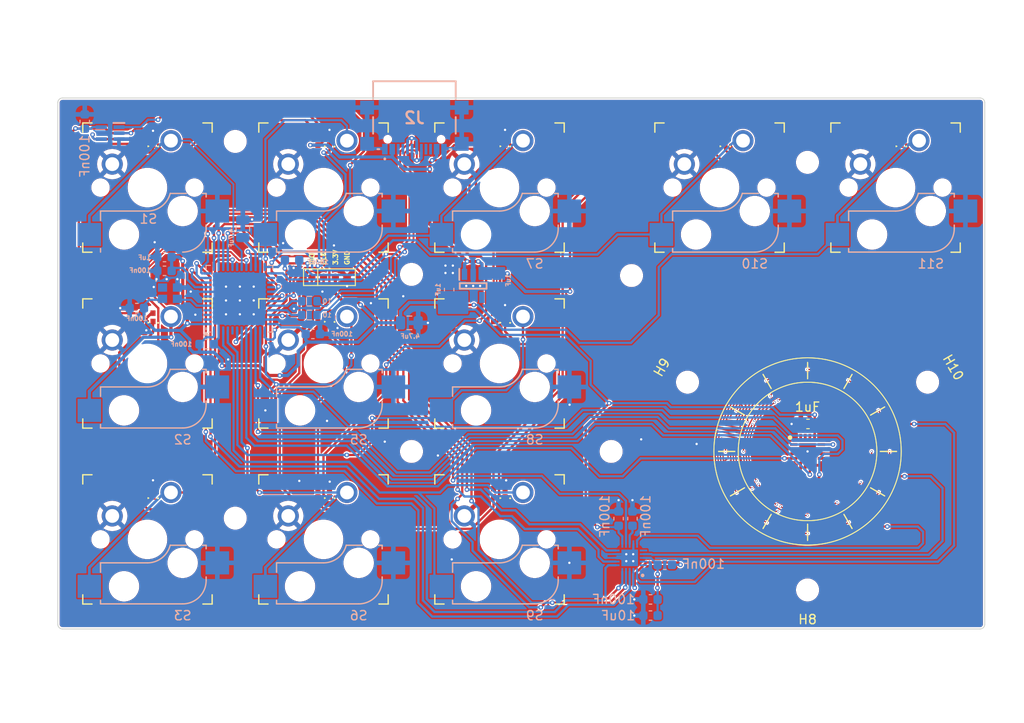
<source format=kicad_pcb>
(kicad_pcb (version 20241229) (generator "pcbnew") (generator_version "9.0")
  (layers (0 "F.Cu" signal) (4 "In1.Cu" signal) (6 "In2.Cu" signal) (2 "B.Cu" signal) (13 "F.Paste" user) (15 "B.Paste" user) (5 "F.SilkS" user "F.Silkscreen") (7 "B.SilkS" user "B.Silkscreen") (1 "F.Mask" user) (3 "B.Mask" user) (25 "Edge.Cuts" user))
  (net 0 "")
  (net 1 "+3.3V")
  (net 2 "GND")
  (net 3 "Net-(U2-VCAP1)")
  (net 6 "RCC_OSC_IN")
  (net 9 "+5V")
  (net 11 "USB -")
  (net 12 "USB +")
  (net 21 "Net-(U2-PA12)")
  (net 22 "Net-(U2-PA11)")
  (net 23 "switch 1")
  (net 24 "switch 2")
  (net 25 "switch 3")
  (net 26 "switch 4")
  (net 27 "switch 5")
  (net 28 "switch 6")
  (net 29 "switch 7")
  (net 30 "switch 8")
  (net 31 "switch 9")
  (net 32 "switch 10")
  (net 33 "switch 11")
  (net 34 "switch 12")
  (net 35 "SWDIO")
  (net 36 "SWCLK")
  (net 38 "Net-(LED1-DO)")
  (net 39 "DIN 1")
  (net 40 "Net-(LED2-DO)")
  (net 41 "Net-(LED3-DO)")
  (net 42 "Net-(LED4-DO)")
  (net 43 "Net-(LED5-DO)")
  (net 44 "Net-(LED6-DO)")
  (net 45 "Net-(LED7-DO)")
  (net 46 "Net-(LED8-DO)")
  (net 47 "Net-(LED10-DI)")
  (net 48 "Net-(LED10-DO)")
  (net 51 "ALED_DI")
  (net 60 "SPI1_MISO")
  (net 61 "SPI1_MOSI")
  (net 62 "SPI1_SCK")
  (net 63 "SPI1_CS")
  (net 64 "VCP")
  (net 65 "VS")
  (net 66 "Net-(IC4-1.8VOUT)")
  (net 68 "TMC_VH")
  (net 69 "W")
  (net 70 "TMC_WL")
  (net 71 "TMC_VL")
  (net 73 "TMC_WH")
  (net 75 "TMC_UL")
  (net 76 "TMC_DIAG")
  (net 77 "V")
  (net 78 "U")
  (net 79 "TMC_UH")
  (net 81 "unconnected-(NT2-Pad2)")
  (net 83 "ALED_Rotary")
  (footprint "XINGLIGHT XL-1515RGBC-WS2812B:XINGLIGHT XL-1515RGBC-WS2812B" (layer "F.Cu") (at 109.018057 89.034158)
    (property "Reference" "LED3" (hide yes))
    (property "Value" "WS2812B" (hide yes))
  )
  (footprint "PogoPin_01x04:PogoPin_01x04" (layer "F.Cu") (at 128.763057 65.690585)
    (property "Reference" "J3" (hide yes))
    (property "Value" "Conn_01x04_Pin" (hide yes))
  )
  (footprint "MX Switches:Kailh_socket_MX_optional" (layer "F.Cu") (at 109.068057 55.984158)
    (property "Reference" "S1" (hide yes))
    (property "Value" "Keyswitch")
  )
  (footprint "Capacitor_SMD:C_0603_1608Metric" (layer "F.Cu") (at 180.555557 81.584158)
    (property "Reference" "C5" (hide yes))
    (property "Value" "1uF")
  )
  (footprint "MX Switches:Kailh_socket_MX_optional" (layer "F.Cu") (at 147.168057 94.084158)
    (property "Reference" "S9" (hide yes))
    (property "Value" "Keyswitch")
  )
  (footprint "XINGLIGHT XL-1515RGBC-WS2812B:XINGLIGHT XL-1515RGBC-WS2812B" (layer "F.Cu") (at 128.118057 89.034158)
    (property "Reference" "LED6" (hide yes))
    (property "Value" "WS2812B" (hide yes))
  )
  (footprint "NetTie_Custom:NetTie-2_SMD_Pad0.25mm" (layer "F.Cu") (at 191.780557 81.584158 180)
    (property "Reference" "NT3" (hide yes))
    (property "Value" "NetTie_2" (hide yes))
  )
  (footprint "MX Switches:Kailh_socket_MX_optional" (layer "F.Cu") (at 128.118057 55.984158)
    (property "Reference" "S4" (hide yes))
    (property "Value" "Keyswitch")
  )
  (footprint "MountingHole:MountingHole_2.2mm_M2" (layer "F.Cu") (at 118.568057 91.784158 180)
    (property "Reference" "H3" (hide yes))
    (property "Value" "MountingHole")
  )
  (footprint "XINGLIGHT XL-1515RGBC-WS2812B:XINGLIGHT XL-1515RGBC-WS2812B" (layer "F.Cu") (at 109.018057 50.934158)
    (property "Reference" "LED1" (hide yes))
    (property "Value" "WS2812B" (hide yes))
  )
  (footprint "MX Switches:Kailh_socket_MX_optional" (layer "F.Cu") (at 190.030557 55.984158)
    (property "Reference" "S11" (hide yes))
    (property "Value" "Keyswitch")
  )
  (footprint "MountingHole:MountingHole_2.2mm_M2" (layer "F.Cu") (at 118.568057 50.984158 180)
    (property "Reference" "H4" (hide yes))
    (property "Value" "MountingHole")
  )
  (footprint "MX Switches:Kailh_socket_MX_optional" (layer "F.Cu") (at 128.118057 75.034158)
    (property "Reference" "S5" (hide yes))
    (property "Value" "Keyswitch")
  )
  (footprint "MX Switches:Kailh_socket_MX_optional" (layer "F.Cu") (at 109.068057 75.034158)
    (property "Reference" "S2" (hide yes))
    (property "Value" "Keyswitch")
  )
  (footprint "MX Switches:Kailh_socket_MX_optional" (layer "F.Cu") (at 170.980557 55.984158)
    (property "Reference" "S10" (hide yes))
    (property "Value" "Keyswitch")
  )
  (footprint "MX Switches:Kailh_socket_MX_optional" (layer "F.Cu") (at 109.068057 94.084158)
    (property "Reference" "S3" (hide yes))
    (property "Value" "Keyswitch" (hide yes))
  )
  (footprint "XINGLIGHT XL-1515RGBC-WS2812B:XINGLIGHT XL-1515RGBC-WS2812B" (layer "F.Cu") (at 128.118057 69.934158)
    (property "Reference" "LED5" (hide yes))
    (property "Value" "WS2812B" (hide yes))
  )
  (footprint "XINGLIGHT XL-1515RGBC-WS2812B:XINGLIGHT XL-1515RGBC-WS2812B" (layer "F.Cu") (at 189.980557 50.934158)
    (property "Reference" "LED11" (hide yes))
    (property "Value" "WS2812B" (hide yes))
  )
  (footprint "XINGLIGHT XL-1515RGBC-WS2812B:XINGLIGHT XL-1515RGBC-WS2812B" (layer "F.Cu") (at 128.118057 50.934158)
    (property "Reference" "LED4" (hide yes))
    (property "Value" "WS2812B" (hide yes))
  )
  (footprint "MX Switches:Kailh_socket_MX_optional" (layer "F.Cu") (at 128.118057 94.084158)
    (property "Reference" "S6" (hide yes))
    (property "Value" "Keyswitch" (hide yes))
  )
  (footprint "MountingHole:MountingHole_2.2mm_M2" (layer "F.Cu") (at 137.643057 65.384158 180)
    (property "Reference" "H2" (hide yes))
    (property "Value" "MountingHole")
  )
  (footprint "SamacSys_Parts:QFN50P300X300X100-17N-D" (layer "F.Cu") (at 180.505557 84.558858)
    (property "Reference" "IC2" (hide yes))
    (property "Value" "MA702GQ-P" (hide yes))
  )
  (footprint "XINGLIGHT XL-1515RGBC-WS2812B:XINGLIGHT XL-1515RGBC-WS2812B" (layer "F.Cu") (at 147.118057 50.934158)
    (property "Reference" "LED7" (hide yes))
    (property "Value" "WS2812B" (hide yes))
  )
  (footprint "NetTie_Custom:NetTie-2_SMD_Pad0.25mm" (layer "F.Cu") (at 188.887284 92.690585 180)
    (property "Reference" "NT1" (hide yes))
    (property "Value" "NetTie_2" (hide yes))
  )
  (footprint "MountingHole:MountingHole_2.2mm_M2" (layer "F.Cu") (at 159.25 84.559158 180)
    (property "Reference" "H5" (hide yes))
    (property "Value" "MountingHole")
  )
  (footprint "NetTie_Custom:NetTie-2_SMD_Pad0.25mm" (layer "F.Cu") (at 190.75 87.25 180)
    (property "Reference" "NT2" (hide yes))
    (property "Value" "NetTie_2" (hide yes))
  )
  (footprint "MountingHole:MountingHole_2.2mm_M2" (layer "F.Cu") (at 180.5 53.25)
    (property "Reference" "H7" (hide yes))
    (property "Value" "MountingHole" (hide yes))
  )
  (footprint "MX Switches:Kailh_socket_MX_optional" (layer "F.Cu") (at 147.168057 55.984158)
    (property "Reference" "S7" (hide yes))
    (property "Value" "Keyswitch")
  )
  (footprint "XINGLIGHT XL-1515RGBC-WS2812B:XINGLIGHT XL-1515RGBC-WS2812B" (layer "F.Cu") (at 147.118057 70.034158)
    (property "Reference" "LED8" (hide yes))
    (property "Value" "WS2812B" (hide yes))
  )
  (footprint "XINGLIGHT XL-1515RGBC-WS2812B:XINGLIGHT XL-1515RGBC-WS2812B" (layer "F.Cu") (at 170.930557 50.934158)
    (property "Reference" "LED10" (hide yes))
    (property "Value" "WS2812B" (hide yes))
  )
  (footprint "MountingHole:MountingHole_2.2mm_M2" (layer "F.Cu") (at 137.643057 84.559158 180)
    (property "Reference" "H1" (hide yes))
    (property "Value" "MountingHole")
  )
  (footprint "MountingHole:MountingHole_2.2mm_M2" (layer "F.Cu") (at 167.515176 77.058858 60)
    (property "Reference" "H9")
    (property "Value" "MountingHole")
  )
  (footprint "MountingHole:MountingHole_2.2mm_M2" (layer "F.Cu") (at 161.455557 65.509158 180)
    (property "Reference" "H6" (hide yes))
    (property "Value" "MountingHole")
  )
  (footprint "MountingHole:MountingHole_2.2mm_M2" (layer "F.Cu") (at 180.505557 99.558858 180)
    (property "Reference" "H8")
    (property "Value" "MountingHole")
  )
  (footprint "MX Switches:Kailh_socket_MX_optional" (layer "F.Cu") (at 147.168057 75.034158)
    (property "Reference" "S8" (hide yes))
    (property "Value" "Keyswitch")
  )
  (footprint "MountingHole:MountingHole_2.2mm_M2" (layer "F.Cu") (at 193.495939 77.058858 -60)
    (property "Reference" "H10")
    (property "Value" "MountingHole")
  )
  (footprint "XINGLIGHT XL-1515RGBC-WS2812B:XINGLIGHT XL-1515RGBC-WS2812B" (layer "F.Cu") (at 109.018057 70.034158)
    (property "Reference" "LED2" (hide yes))
    (property "Value" "WS2812B" (hide yes))
  )
  (footprint "XINGLIGHT XL-1515RGBC-WS2812B:XINGLIGHT XL-1515RGBC-WS2812B" (layer "F.Cu") (at 147.118057 89.034158)
    (property "Reference" "LED9" (hide yes))
    (property "Value" "WS2812B" (hide yes))
  )
  (footprint "SamacSys_Parts:SOT65P210X110-5N" (layer "B.Cu") (at 105.030557 50.084158 180)
    (property "Reference" "IC3" (hide yes))
    (property "Value" "SN74LV1T08DCKR" (hide yes))
  )
  (footprint "Capacitor_SMD:C_0603_1608Metric" (layer "B.Cu") (at 146.918057 66.034158 -90)
    (property "Reference" "C12" (hide yes))
    (property "Value" "1uF")
  )
  (footprint "Capacitor_SMD:C_0603_1608Metric" (layer "B.Cu") (at 124.718057 63.834158)
    (property "Reference" "C1" (hide yes))
    (property "Value" "100nF")
  )
  (footprint "Capacitor_SMD:C_0603_1608Metric" (layer "B.Cu") (at 163.505557 100.584158 180)
    (property "Reference" "C14" (hide yes))
    (property "Value" "100nF")
  )
  (footprint "Capacitor_SMD:C_0603_1608Metric" (layer "B.Cu") (at 161.555557 91.834158 -90)
    (property "Reference" "C9" (hide yes))
    (property "Value" "100nF")
  )
  (footprint "Capacitor_SMD:C_0603_1608Metric" (layer "B.Cu") (at 110.912284 63.5)
    (property "Reference" "C10" (hide yes))
    (property "Value" "1uF")
  )
  (footprint "Capacitor_SMD:C_0603_1608Metric" (layer "B.Cu") (at 160.055557 91.834158 -90)
    (property "Reference" "C15" (hide yes))
    (property "Value" "100nF")
  )
  (footprint "Capacitor_SMD:C_0603_1608Metric" (layer "B.Cu") (at 102.280557 48.834158 -90)
    (property "Reference" "C6" (hide yes))
    (property "Value" "100nF")
  )
  (footprint "KiCad:GSB1C41110SSHR" (layer "B.Cu") (at 137.958057 48.434158)
    (property "Reference" "J2")
    (property "Value" "GSB1C41110SSHR" (hide yes))
  )
  (footprint "Capacitor_SMD:C_0805_2012Metric" (layer "B.Cu") (at 119.387284 60.440585 -90)
    (property "Reference" "C18" (hide yes))
    (property "Value" "4.7uF")
  )
  (footprint "ASDDV-16.000MHZ-LR-T:AbraconASDDV" (layer "B.Cu") (at 111.505057 67.422158)
    (property "Reference" "Y2" (hide yes))
    (property "Value" "ASDDV-16.000MHZ-LR-T" (hide yes))
  )
  (footprint "Capacitor_SMD:C_0603_1608Metric" (layer "B.Cu") (at 126.968057 71.834158)
    (property "Reference" "C2" (hide yes))
    (property "Value" "100nF")
  )
  (footprint "TLV77333PDBVR:SOT95P280X145-5N" (layer "B.Cu") (at 144.318057 66.634158 -90)
    (property "Reference" "IC1" (hide yes))
    (property "Value" "TLV77333PDBVR" (hide yes))
  )
  (footprint "Capacitor_SMD:C_0603_1608Metric" (layer "B.Cu") (at 110.912284 65)
    (property "Reference" "C11" (hide yes))
    (property "Value" "100nF")
  )
  (footprint "Capacitor_SMD:C_0603_1608Metric" (layer "B.Cu") (at 115.468057 72.940585)
    (property "Reference" "C19" (hide yes))
    (property "Value" "100nF")
  )
  (footprint "Capacitor_SMD:C_0603_1608Metric" (layer "B.Cu") (at 165.055557 96.834158)
    (property "Reference" "C7" (hide yes))
    (property "Value" "100nF")
  )
  (footprint "Package_DFN_QFN:QFN-48-1EP_7x7mm_P0.5mm_EP5.6x5.6mm" (layer "B.Cu") (at 119.018057 68.021658)
    (property "Reference" "U2" (hide yes))
    (property "Value" "STM32F411C_C-E_Ux" (hide yes))
  )
  (footprint "Capacitor_SMD:C_0603_1608Metric" (layer "B.Cu") (at 107.918057 69.034158)
    (property "Reference" "C4" (hide yes))
    (property "Value" "100nF")
  )
  (footprint "SamacSys_Parts:QFN40P300X300X90-21N" (layer "B.Cu") (at 161.255557 96.084158 90)
    (property "Reference" "IC4" (hide yes))
    (property "Value" "TMC6300-LA" (hide yes))
  )
  (footprint "Capacitor_SMD:C_0603_1608Metric" (layer "B.Cu") (at 141.718057 67.034158 90)
    (property "Reference" "C13" (hide yes))
    (property "Value" "1uF")
  )
  (footprint "Capacitor_SMD:C_0603_1608Metric" (layer "B.Cu") (at 163.505557 102.334158 180)
    (property "Reference" "C8" (hide yes))
    (property "Value" "10uF")
  )
  (footprint "Resistor_SMD:R_0603_1608Metric" (layer "B.Cu") (at 126.593057 69.784158)
    (property "Reference" "R4" (hide yes))
    (property "Value" "10")
  )
  (footprint "Resistor_SMD:R_0603_1608Metric" (layer "B.Cu") (at 126.593057 68.284158)
    (property "Reference" "R5" (hide yes))
    (property "Value" "10")
  )
  (footprint "Capacitor_SMD:C_0805_2012Metric" (layer "B.Cu") (at 137.418057 70.634158 180)
    (property "Reference" "C3" (hide yes))
    (property "Value" "4.7uF")
  )
  (gr_line (start 187.75 86.5) (end 190.5 87.25) (stroke (width 0.14)) (layer "F.Cu") (net 81))
  (gr_rect (start 104.780557 48.834158) (end 105.280557 51.584158) (fill yes) (layer "B.Cu") (net 2))
  (gr_rect (start 140.993088 66.284189) (end 147.693088 66.984189) (stroke (width 0.2)) (fill yes) (layer "B.Cu") (net 2))
  (gr_rect (start 144.993088 64.684189) (end 147.693088 65.884189) (stroke (width 0.2)) (fill yes) (layer "B.Cu") (net 9))
  (gr_poly (pts (xy 143.693088 68.584189) (xy 143.693088 67.284189) (xy 140.593088 67.284189) (xy 140.593088 68.584189) (xy 142.073088 68.584189)) (stroke (width 0.2)) (fill yes) (layer "B.Cu") (net 1))
  (gr_rect (start 140.593088 67.284189) (end 143.693088 69.584189) (stroke (width 0.2)) (fill yes) (layer "B.Cu") (net 1))
  (gr_rect (start 145.893088 66.284189) (end 148.293088 68.484189) (stroke (width 0.2)) (fill yes) (layer "B.Cu") (net 2))
  (gr_rect (start 140.543088 64.184189) (end 142.643088 66.984189) (stroke (width 0.2)) (fill yes) (layer "B.Cu") (net 2))
  (gr_line (start 184.443056 77.738908) (end 185.322056 76.216436) (stroke (width 0.127)) (layer "F.SilkS"))
  (gr_line (start 187.325507 88.496357) (end 188.847979 89.375357) (stroke (width 0.127)) (layer "F.SilkS"))
  (gr_circle (center 180.505557 84.558858) (end 188.005557 84.558858) (stroke (width 0.1)) (fill no) (layer "F.SilkS"))
  (gr_line (start 184.443056 77.738908) (end 185.322056 76.216436) (stroke (width 0.127)) (layer "F.SilkS"))
  (gr_line (start 184.443057 91.378808) (end 185.322057 92.90128) (stroke (width 0.127)) (layer "F.SilkS"))
  (gr_line (start 173.685607 80.621359) (end 172.163135 79.742359) (stroke (width 0.127)) (layer "F.SilkS"))
  (gr_line (start 173.685607 80.621359) (end 172.163135 79.742359) (stroke (width 0.127)) (layer "F.SilkS"))
  (gr_line (start 180.505557 76.683858) (end 180.505557 74.925858) (stroke (width 0.127)) (layer "F.SilkS"))
  (gr_circle (center 180.505557 84.558858) (end 188.005557 84.558858) (stroke (width 0.1)) (fill no) (layer "F.SilkS"))
  (gr_line (start 180.505557 76.683858) (end 180.505557 74.925858) (stroke (width 0.127)) (layer "F.SilkS"))
  (gr_line (start 188.380557 84.558858) (end 190.138557 84.558858) (stroke (width 0.127)) (layer "F.SilkS"))
  (gr_circle (center 180.505557 84.558858) (end 190.645557 84.558858) (stroke (width 0.1)) (fill no) (layer "F.SilkS"))
  (gr_line (start 188.380557 84.558858) (end 190.138557 84.558858) (stroke (width 0.127)) (layer "F.SilkS"))
  (gr_line (start 180.505557 92.433858) (end 180.505557 94.191858) (stroke (width 0.127)) (layer "F.SilkS"))
  (gr_line (start 176.568057 77.738908) (end 175.689057 76.216436) (stroke (width 0.127)) (layer "F.SilkS"))
  (gr_line (start 176.568058 91.378808) (end 175.689058 92.90128) (stroke (width 0.127)) (layer "F.SilkS"))
  (gr_line (start 176.568057 77.738908) (end 175.689057 76.216436) (stroke (width 0.127)) (layer "F.SilkS"))
  (gr_line (start 172.630557 84.558858) (end 170.872557 84.558858) (stroke (width 0.127)) (layer "F.SilkS"))
  (gr_line (start 187.325507 80.621358) (end 188.847979 79.742358) (stroke (width 0.127)) (layer "F.SilkS"))
  (gr_circle (center 180.505557 84.558858) (end 190.645557 84.558858) (stroke (width 0.1)) (fill no) (layer "F.SilkS"))
  (gr_line (start 173.685607 88.496358) (end 172.163135 89.375358) (stroke (width 0.127)) (layer "F.SilkS"))
  (gr_line (start 172.630557 84.558858) (end 170.872557 84.558858) (stroke (width 0.127)) (layer "F.SilkS"))
  (gr_line (start 176.568058 91.378808) (end 175.689058 92.90128) (stroke (width 0.127)) (layer "F.SilkS"))
  (gr_line (start 173.685607 88.496358) (end 172.163135 89.375358) (stroke (width 0.127)) (layer "F.SilkS"))
  (gr_line (start 187.325507 80.621358) (end 188.847979 79.742358) (stroke (width 0.127)) (layer "F.SilkS"))
  (gr_line (start 187.325507 88.496357) (end 188.847979 89.375357) (stroke (width 0.127)) (layer "F.SilkS"))
  (gr_line (start 180.505557 92.433858) (end 180.505557 94.191858) (stroke (width 0.127)) (layer "F.SilkS"))
  (gr_line (start 184.443057 91.378808) (end 185.322057 92.90128) (stroke (width 0.127)) (layer "F.SilkS"))
  (gr_line (start 99.868057 46.284158) (end 199.180557 46.284158) (stroke (width 0.1)) (layer "Edge.Cuts"))
  (gr_arc (start 99.868057 103.784158) (mid 99.514504 103.637711) (end 99.368057 103.284158) (stroke (width 0.1)) (layer "Edge.Cuts"))
  (gr_line (start 99.368057 103.284158) (end 99.368057 46.784158) (stroke (width 0.1)) (layer "Edge.Cuts"))
  (gr_line (start 199.180557 103.784158) (end 99.868057 103.784158) (stroke (width 0.1)) (layer "Edge.Cuts"))
  (gr_arc (start 199.680557 103.284158) (mid 199.53411 103.637711) (end 199.180557 103.784158) (stroke (width 0.1)) (layer "Edge.Cuts"))
  (gr_arc (start 199.180557 46.284158) (mid 199.53411 46.430605) (end 199.680557 46.784158) (stroke (width 0.1)) (layer "Edge.Cuts"))
  (gr_line (start 199.680557 103.284158) (end 199.680557 46.784158) (stroke (width 0.1)) (layer "Edge.Cuts"))
  (gr_arc (start 99.368057 46.784158) (mid 99.514504 46.430605) (end 99.868057 46.284158) (stroke (width 0.1)) (layer "Edge.Cuts"))
  (gr_text "3.3V" (at 129.718057 64.434158 90) (layer "F.SilkS") (effects (font (size 0.5 0.5) (thickness 0.125) (bold yes)) (justify left bottom)))
  (gr_text "CLK" (at 128.418057 64.434158 90) (layer "F.SilkS") (effects (font (size 0.5 0.5) (thickness 0.125) (bold yes)) (justify left bottom)))
  (gr_text "GND" (at 130.968057 64.434158 90) (layer "F.SilkS") (effects (font (size 0.5 0.5) (thickness 0.125) (bold yes)) (justify left bottom)))
  (gr_text "DIO" (at 127.168057 64.434158 90) (layer "F.SilkS") (effects (font (size 0.5 0.5) (thickness 0.125) (bold yes)) (justify left bottom)))
  (segment (start 188.637284 92.690585) (end 185.808857 89.862158) (width 0.14) (layer "F.Cu") (net 0))
  (segment (start 191.613704 81.582439) (end 187.75 82.617716) (width 0.14) (layer "F.Cu") (net 0))
  (segment (start 121.168057 75.284158) (end 117.137284 75.284158) (width 0.35) (layer "F.Cu") (net 1))
  (segment (start 132.131142 68.684443) (end 131.637284 68.190585) (width 0.35) (layer "F.Cu") (net 1))
  (segment (start 131.637284 68.190585) (end 130.137284 68.190585) (width 0.35) (layer "F.Cu") (net 1))
  (segment (start 156.5 81.864715) (end 156.5 91.5) (width 0.25) (layer "F.Cu") (net 1))
  (segment (start 121.730884 74.346985) (end 121.730884 75.846985) (width 0.25) (layer "F.Cu") (net 1))
  (segment (start 130.137284 68.190585) (end 129.398057 67.451358) (width 0.35) (layer "F.Cu") (net 1))
  (segment (start 122.374457 71.677758) (end 122.387284 71.690585) (width 0.25) (layer "F.Cu") (net 1))
  (segment (start 122.387284 73.690585) (end 121.730884 74.346985) (width 0.25) (layer "F.Cu") (net 1))
  (segment (start 122.374457 69.953412) (end 122.374457 71.677758) (width 0.25) (layer "F.Cu") (net 1))
  (segment (start 113.387284 70.690585) (end 113.387284 69.190585) (width 0.35) (layer "F.Cu") (net 1))
  (segment (start 123.387284 76.334158) (end 122.218057 76.334158) (width 0.35) (layer "F.Cu") (net 1))
  (segment (start 123.943057 64.746358) (end 124.112284 64.915585) (width 0.25) (layer "F.Cu") (net 1))
  (segment (start 112.887284 68.690585) (end 112.887284 63.940585) (width 0.35) (layer "F.Cu") (net 1))
  (segment (start 124.112284 68.215585) (end 122.374457 69.953412) (width 0.25) (layer "F.Cu") (net 1))
  (segment (start 181.280557 80.584158) (end 181.280557 83.033858) (width 0.25) (layer "F.Cu") (net 1))
  (segment (start 121.730884 75.846985) (end 121.168057 75.284158) (width 0.35) (layer "F.Cu") (net 1))
  (segment (start 129.398057 67.451358) (end 129.398057 65.484158) (width 0.35) (layer "F.Cu") (net 1))
  (segment (start 113.387284 69.190585) (end 112.887284 68.690585) (width 0.35) (layer "F.Cu") (net 1))
  (segment (start 122.218057 76.334158) (end 121.730884 75.846985) (width 0.35) (layer "F.Cu") (net 1))
  (segment (start 159.030557 79.334158) (end 156.5 81.864715) (width 0.25) (layer "F.Cu") (net 1))
  (segment (start 124.112284 64.915585) (end 124.112284 68.215585) (width 0.25) (layer "F.Cu") (net 1))
  (segment (start 122.387284 71.690585) (end 122.387284 73.690585) (width 0.25) (layer "F.Cu") (net 1))
  (segment (start 156.5 91.5) (end 157.75 92.75) (width 0.25) (layer "F.Cu") (net 1))
  (segment (start 117.137284 75.190585) (end 117.137284 75.284158) (width 0.25) (layer "F.Cu") (net 1))
  (via (at 132.131142 68.684443) (size 0.5) (drill 0.25) (layers "F.Cu" "B.Cu") (net 1))
  (via (at 123.387284 76.334158) (size 0.5) (drill 0.25) (layers "F.Cu" "B.Cu") (net 1))
  (via (at 181.280557 80.584158) (size 0.5) (drill 0.25) (layers "F.Cu" "B.Cu") (net 1))
  (via (at 159.030557 79.334158) (size 0.5) (drill 0.25) (layers "F.Cu" "B.Cu") (net 1))
  (via (at 112.887284 63.940585) (size 0.5) (drill 0.25) (layers "F.Cu" "B.Cu") (net 1))
  (via (at 113.387284 70.690585) (size 0.5) (drill 0.25) (layers "F.Cu" "B.Cu") (net 1))
  (via (at 123.943057 64.746358) (size 0.5) (drill 0.25) (layers "F.Cu" "B.Cu") (net 1))
  (via (at 117.137284 75.284158) (size 0.5) (drill 0.25) (layers "F.Cu" "B.Cu") (net 1))
  (via (at 157.75 92.75) (size 0.5) (drill 0.25) (layers "F.Cu" "B.Cu") (net 1))
  (segment (start 177.530557 80.584158) (end 176.715258 79.768859) (width 0.25) (layer "B.Cu") (net 1))
  (segment (start 113.468357 70.771658) (end 115.580557 70.771658) (width 0.25) (layer "B.Cu") (net 1))
  (segment (start 147.340585 71.940585) (end 144.6 69.2) (width 0.25) (layer "B.Cu") (net 1))
  (segment (start 117.137284 74.690585) (end 116.262284 73.815585) (width 0.35) (layer "B.Cu") (net 1))
  (segment (start 116.268057 71.584158) (end 116.268057 72.084158) (width 0.25) (layer "B.Cu") (net 1))
  (segment (start 115.580557 66.771658) (end 114.218357 66.771658) (width 0.25) (layer "B.Cu") (net 1))
  (segment (start 126.362611 72.715258) (end 126.436957 72.715258) (width 0.35) (layer "B.Cu") (net 1))
  (segment (start 121.768057 64.584158) (end 123.193057 64.584158) (width 0.25) (layer "B.Cu") (net 1))
  (segment (start 126.193057 71.834158) (end 125.485057 71.126158) (width 0.25) (layer "B.Cu") (net 1))
  (segment (start 160.455557 93.746658) (end 160.055557 93.346658) (width 0.25) (layer "B.Cu") (net 1))
  (segment (start 124.243711 76.334158) (end 125.387284 75.190585) (width 0.35) (layer "B.Cu") (net 1))
  (segment (start 114.693057 73.746358) (end 114.693057 73.284158) (width 0.35) (layer "B.Cu") (net 1))
  (segment (start 112.637284 71.440585) (end 113.387284 70.690585) (width 0.35) (layer "B.Cu") (net 1))
  (segment (start 116.262284 73.815585) (end 115.137284 73.815585) (width 0.35) (layer "B.Cu") (net 1))
  (segment (start 108.693057 70.246358) (end 108.693057 69.034158) (width 0.35) (layer "B.Cu") (net 1))
  (segment (start 113.387284 65.190585) (end 112.887284 64.690585) (width 0.25) (layer "B.Cu") (net 1))
  (segment (start 165.715258 79.768859) (end 165.280557 79.334158) (width 0.25) (layer "B.Cu") (net 1))
  (segment (start 181.280557 80.584158) (end 177.530557 80.584158) (width 0.25) (layer "B.Cu") (net 1))
  (segment (start 142.143088 68.434189) (end 137.39368 68.434189) (width 0.35) (layer "B.Cu") (net 1))
  (segment (start 115.137284 73.815585) (end 114.762284 73.815585) (width 0.35) (layer "B.Cu") (net 1))
  (segment (start 112.887284 64.690585) (end 111.687284 64.690585) (width 0.25) (layer "B.Cu") (net 1))
  (segment (start 160.055557 93.346658) (end 160.055557 92.609158) (width 0.25) (layer "B.Cu") (net 1))
  (segment (start 157.75 92.75) (end 159.914715 92.75) (width 0.25) (layer "B.Cu") (net 1))
  (segment (start 115.443057 72.190585) (end 114.693057 72.940585) (width 0.25) (layer "B.Cu") (net 1))
  (segment (start 132.131142 68.684443) (end 134.080857 70.634158) (width 0.35) (layer "B.Cu") (net 1))
  (segment (start 123.510057 71.126158) (end 123.155557 70.771658) (width 0.25) (layer "B.Cu") (net 1))
  (segment (start 114.762284 73.815585) (end 114.693057 73.746358) (width 0.35) (layer "B.Cu") (net 1))
  (segment (start 113.637284 72.440585) (end 112.637284 71.440585) (width 0.35) (layer "B.Cu") (net 1))
  (segment (start 131.862611 72.715258) (end 133.943711 70.634158) (width 0.35) (layer "B.Cu") (net 1))
  (segment (start 176.715258 79.768859) (end 165.715258 79.768859) (width 0.25) (layer "B.Cu") (net 1))
  (segment (start 160.455557 94.584158) (end 160.455557 93.746658) (width 0.25) (layer "B.Cu") (net 1))
  (segment (start 116.268057 72.084158) (end 116.16163 72.190585) (width 0.25) (layer "B.Cu") (net 1))
  (segment (start 125.387284 75.190585) (end 125.387284 73.690585) (width 0.35) (layer "B.Cu") (net 1))
  (segment (start 125.485057 71.126158) (end 123.510057 71.126158) (width 0.25) (layer "B.Cu") (net 1))
  (segment (start 109.261807 68.134158) (end 108.693057 68.702908) (width 0.25) (layer "B.Cu") (net 1))
  (segment (start 159.030557 79.334158) (end 157.030557 77.334158) (width 0.25) (layer "B.Cu") (net 1))
  (segment (start 110.968057 68.134158) (end 109.261807 68.134158) (width 0.25) (layer "B.Cu") (net 1))
  (segment (start 111.687284 63.5) (end 111.687284 64.690585) (width 0.35) (layer "B.Cu") (net 1))
  (segment (start 123.155557 70.771658) (end 122.455557 70.771658) (width 0.25) (layer "B.Cu") (net 1))
  (segment (start 125.387284 73.690585) (end 126.362611 72.715258) (width 0.35) (layer "B.Cu") (net 1))
  (segment (start 109.887284 71.440585) (end 108.693057 70.246358) (width 0.35) (layer "B.Cu") (net 1))
  (segment (start 144.6 69.2) (end 142.908899 69.2) (width 0.25) (layer "B.Cu") (net 1))
  (segment (start 114.218357 66.771658) (end 113.387284 65.940585) (width 0.25) (layer "B.Cu") (net 1))
  (segment (start 114.012284 73.815585) (end 113.637284 73.440585) (width 0.35) (layer "B.Cu") (net 1))
  (segment (start 113.637284 73.440585) (end 113.637284 72.440585) (width 0.35) (layer "B.Cu") (net 1))
  (segment (start 112.446699 63.5) (end 111.687284 63.5) (width 0.35) (layer "B.Cu") (net 1))
  (segment (start 114.693057 72.940585) (end 114.693057 73.284158) (width 0.25) (layer "B.Cu") (net 1))
  (segment (start 115.137284 73.815585) (end 114.012284 73.815585) (width 0.35) (layer "B.Cu") (net 1))
  (segment (start 113.387284 70.690585) (end 113.468357 70.771658) (width 0.25) (layer "B.Cu") (net 1))
  (segment (start 142.908899 69.2) (end 142.143088 68.434189) (width 0.25) (layer "B.Cu") (net 1))
  (segment (start 134.080857 70.634158) (end 136.468057 70.634158) (width 0.35) (layer "B.Cu") (net 1))
  (segment (start 126.436957 72.715258) (end 126.193057 72.471358) (width 0.35) (layer "B.Cu") (net 1))
  (segment (start 126.193057 71.834158) (end 126.193057 72.184158) (width 0.25) (layer "B.Cu") (net 1))
  (segment (start 165.280557 79.334158) (end 159.030557 79.334158) (width 0.25) (layer "B.Cu") (net 1))
  (segment (start 116.16163 72.190585) (end 115.443057 72.190585) (width 0.25) (layer "B.Cu") (net 1))
  (segment (start 123.193057 64.584158) (end 123.943057 63.834158) (width 0.25) (layer "B.Cu") (net 1))
  (segment (start 157.030557 77.334158) (end 157.030557 74.759158) (width 0.25) (layer "B.Cu") (net 1))
  (segment (start 112.637284 71.440585) (end 109.887284 71.440585) (width 0.35) (layer "B.Cu") (net 1))
  (segment (start 117.137284 75.284158) (end 117.137284 74.690585) (width 0.35) (layer "B.Cu") (net 1))
  (segment (start 123.387284 76.334158) (end 124.243711 76.334158) (width 0.35) (layer "B.Cu") (net 1))
  (segment (start 126.193057 72.471358) (end 126.193057 71.834158) (width 0.35) (layer "B.Cu") (net 1))
  (segment (start 159.914715 92.75) (end 160.055557 92.609158) (width 0.25) (layer "B.Cu") (net 1))
  (segment (start 136.468057 70.634158) (end 136.468057 69.359812) (width 0.35) (layer "B.Cu") (net 1))
  (segment (start 136.468057 69.359812) (end 137.39368 68.434189) (width 0.35) (layer "B.Cu") (net 1))
  (segment (start 123.943057 64.746358) (end 123.943057 63.834158) (width 0.35) (layer "B.Cu") (net 1))
  (segment (start 112.887284 63.940585) (end 112.446699 63.5) (width 0.35) (layer "B.Cu") (net 1))
  (segment (start 157.030557 74.759158) (end 154.211984 71.940585) (width 0.25) (layer "B.Cu") (net 1))
  (segment (start 113.387284 65.940585) (end 113.387284 65.190585) (width 0.25) (layer "B.Cu") (net 1))
  (segment (start 126.436957 72.715258) (end 131.862611 72.715258) (width 0.35) (layer "B.Cu") (net 1))
  (segment (start 154.211984 71.940585) (end 147.340585 71.940585) (width 0.25) (layer "B.Cu") (net 1))
  (segment (start 147.887284 87.690585) (end 147.887284 88.464931) (width 0.25) (layer "F.Cu") (net 2))
  (segment (start 129.290057 69.896985) (end 128.87723 69.484158) (width 0.25) (layer "F.Cu") (net 2))
  (segment (start 129.290057 70.843358) (end 129.290057 69.896985) (width 0.25) (layer "F.Cu") (net 2))
  (segment (start 181.255557 85.308858) (end 181.255557 86.058858) (width 0.25) (layer "F.Cu") (net 2))
  (segment (start 182.005557 84.808858) (end 180.755557 84.808858) (width 0.25) (layer "F.Cu") (net 2))
  (segment (start 130.668057 66.659812) (end 130.668057 65.690585) (width 0.35) (layer "F.Cu") (net 2))
  (segment (start 179.780557 81.584158) (end 178.780557 81.584158) (width 0.25) (layer "F.Cu") (net 2))
  (segment (start 108.943008 71.441348) (end 108.943008 70.134207) (width 0.3) (layer "F.Cu") (net 2))
  (segment (start 147.887284 88.464931) (end 147.768057 88.584158) (width 0.25) (layer "F.Cu") (net 2))
  (segment (start 109.668057 87.684158) (end 109.668057 88.584158) (width 0.25) (layer "F.Cu") (net 2))
  (segment (start 147.768057 68.709158) (end 147.768057 69.584158) (width 0.25) (layer "F.Cu") (net 2))
  (segment (start 147.768057 49.734158) (end 147.768057 50.484158) (width 0.3) (layer "F.Cu") (net 2))
  (segment (start 109.668057 49.834158) (end 109.668057 50.484158) (width 0.25) (layer "F.Cu") (net 2))
  (segment (start 108.943008 70.134207) (end 109.493057 69.584158) (width 0.3) (layer "F.Cu") (net 2))
  (segment (start 128.793057 87.834158) (end 128.768057 87.859158) (width 0.3) (layer "F.Cu") (net 2))
  (segment (start 128.768057 49.734158) (end 128.768057 50.484158) (width 0.25) (layer "F.Cu") (net 2))
  (segment (start 128.768057 87.859158) (end 128.768057 88.584158) (width 0.3) (layer "F.Cu") (net 2))
  (segment (start 129.637284 71.190585) (end 129.290057 70.843358) (width 0.25) (layer "F.Cu") (net 2))
  (segment (start 128.87723 69.484158) (end 128.768057 69.484158) (width 0.25) (layer "F.Cu") (net 2))
  (segment (start 109.493057 69.584158) (end 109.668057 69.584158) (width 0.3) (layer "F.Cu") (net 2))
  (via (at 125.5 87.75) (size 0.5) (drill 0.25) (layers "F.Cu" "B.Cu") (net 2))
  (via (at 133.25 68.5) (size 0.5) (drill 0.25) (layers "F.Cu" "B.Cu") (net 2))
  (via (at 154.75 79.5) (size 0.5) (drill 0.25) (layers "F.Cu" "B.Cu") (net 2))
  (via (at 160.887284 95.690585) (size 0.5) (drill 0.25) (layers "F.Cu" "B.Cu") (net 2))
  (via (at 119.068057 68.209158) (size 0.5) (drill 0.25) (layers "F.Cu" "B.Cu") (net 2))
  (via (at 147.887284 87.690585) (size 0.5) (drill 0.25) (layers "F.Cu" "B.Cu") (net 2))
  (via (at 128.793057 87.834158) (size 0.5) (drill 0.25) (layers "F.Cu" "B.Cu") (net 2))
  (via (at 112.3 65.9) (size 0.5) (drill 0.25) (layers "F.Cu" "B.Cu") (net 2))
  (via (at 110.05 65.9) (size 0.5) (drill 0.25) (layers "F.Cu" "B.Cu") (net 2))
  (via (at 120.568057 68.209158) (size 0.5) (drill 0.25) (layers "F.Cu" "B.Cu") (net 2))
  (via (at 130.668057 66.659812) (size 0.5) (drill 0.25) (layers "F.Cu" "B.Cu") (net 2))
  (via (at 124.887284 64.690585) (size 0.5) (drill 0.25) (layers "F.Cu" "B.Cu") (net 2))
  (via (at 114.25 69.75) (size 0.5) (drill 0.25) (layers "F.Cu" "B.Cu") (net 2))
  (via (at 162.5 83.25) (size 0.5) (drill 0.25) (layers "F.Cu" "B.Cu") (net 2))
  (via (at 136.75 67.75) (size 0.5) (drill 0.25) (layers "F.Cu" "B.Cu") (net 2))
  (via (at 139.418057 70.634158) (size 0.5) (drill 0.25) (layers "F.Cu" "B.Cu") (net 2))
  (via (at 109.668057 87.684158) (size 0.5) (drill 0.25) (layers "F.Cu" "B.Cu") (net 2))
  (via (at 113.75 67.25) (size 0.5) (drill 0.25) (layers "F.Cu" "B.Cu") (net 2))
  (via (at 129.25 62.25) (size 0.5) (drill 0.25) (layers "F.Cu" "B.Cu") (net 2))
  (via (at 117.568057 66.709158) (size 0.5) (drill 0.25) (layers "F.Cu" "B.Cu") (net 2))
  (via (at 142.118057 64.434158) (size 0.5) (drill 0.25) (layers "F.Cu" "B.Cu") (net 2))
  (via (at 168.5 83.75) (size 0.5) (drill 0.25) (layers "F.Cu" "B.Cu") (net 2))
  (via (at 161.755557 100.584158) (size 0.5) (drill 0.25) (layers "F.Cu" "B.Cu") (net 2))
  (via (at 154.728057 96.624158) (size 0.5) (drill 0.25) (layers "F.Cu" "B.Cu") (net 2))
  (via (at 140.5 85) (size 0.5) (drill 0.25) (layers "F.Cu" "B.Cu") (net 2))
  (via (at 161.555557 89.834158) (size 0.5) (drill 0.25) (layers "F.Cu" "B.Cu") (net 2))
  (via (at 142.118057 65.234158) (size 0.5) (drill 0.25) (layers "F.Cu" "B.Cu") (net 2))
  (via (at 108.943008 71.441348) (size 0.5) (drill 0.25) (layers "F.Cu" "B.Cu") (net 2))
  (via (at 117.8 74.6) (size 0.5) (drill 0.25) (layers "F.Cu" "B.Cu") (net 2))
  (via (at 128 67.25) (size 0.5) (drill 0.25) (layers "F.Cu" "B.Cu") (net 2))
  (via (at 120.568057 66.709158) (size 0.5) (drill 0.25) (layers "F.Cu" "B.Cu") (net 2))
  (via (at 161.637284 95.690585) (size 0.5) (drill 0.25) (layers "F.Cu" "B.Cu") (net 2))
  (via (at 147.768057 68.709158) (size 0.5) (drill 0.25) (layers "F.Cu" "B.Cu") (net 2))
  (via (at 128.768057 49.734158) (size 0.5) (drill 0.25) (layers "F.Cu" "B.Cu") (net 2))
  (via (at 161.637284 96.440585) (size 0.5) (drill 0.25) (layers "F.Cu" "B.Cu") (net 2))
  (via (at 178.780557 81.584158) (size 0.5) (drill 0.25) (layers "F.Cu" "B.Cu") (net 2))
  (via (at 109.84835 61.90165) (size 0.5) (drill 0.25) (layers "F.Cu" "B.Cu") (net 2))
  (via (at 141.318057 65.234158) (size 0.5) (drill 0.25) (layers "F.Cu" "B.Cu") (net 2))
  (via (at 109.668057 49.834158) (size 0.5) (drill 0.25) (layers "F.Cu" "B.Cu") (net 2))
  (via (at 142 96.25) (size 0.5) (drill 0.25) (layers "F.Cu" "B.Cu") (net 2))
  (via (at 120.568057 69.709158) (size 0.5) (drill 0.25) (layers "F.Cu" "B.Cu") (net 2))
  (via (at 141.318057 64.434158) (size 0.5) (drill 0.25) (layers "F.Cu" "B.Cu") (net 2))
  (via (at 180.505557 84.558858) (size 0.5) (drill 0.25) (layers "F.Cu" "B.Cu") (net 2))
  (via (at 106.118057 69.034158) (size 0.5) (drill 0.25) (layers "F.Cu" "B.Cu") (net 2))
  (via (at 124.918057 69.111158) (size 0.5) (drill 0.25) (layers "F.Cu" "B.Cu") (net 2))
  (via (at 134.75 83.5) (size 0.5) (drill 0.25) (layers "F.Cu" "B.Cu") (net 2))
  (via (at 119.068057 66.709158) (size 0.5) (drill 0.25) (layers "F.Cu" "B.Cu") (net 2))
  (via (at 161.755557 102.334158) (size 0.5) (drill 0.25) (layers "F.Cu" "B.Cu") (net 2))
  (via (at 120.387284 59.440585) (size 0.5) (drill 0.25) (layers "F.Cu" "B.Cu") (net 2))
  (via (at 121.268057 63.690585) (size 0.5) (drill 0.25) (layers "F.Cu" "B.Cu") (net 2))
  (via (at 117.568057 69.709158) (size 0.5) (drill 0.25) (layers "F.Cu" "B.Cu") (net 2))
  (via (at 119.068057 69.709158) (size 0.5) (drill 0.25) (layers "F.Cu" "B.Cu") (net 2))
  (via (at 143.568057 66.634158) (size 0.5) (drill 0.25) (layers "F.Cu" "B.Cu") (net 2))
  (via (at 111.15 65.9) (size 0.5) (drill 0.25) (layers "F.Cu" "B.Cu") (net 2))
  (via (at 109.75 66.75) (size 0.5) (drill 0.25) (layers "F.Cu" "B.Cu") (net 2))
  (via (at 123.75 62) (size 0.5) (drill 0.25) (layers "F.Cu" "B.Cu") (net 2))
  (via (at 144.318057 66.634158) (size 0.5) (drill 0.25) (layers "F.Cu" "B.Cu") (net 2))
  (via (at 160.887284 96.440585) (size 0.5) (drill 0.25) (layers "F.Cu" "B.Cu") (net 2))
  (via (at 129.637284 71.190585) (size 0.5) (drill 0.25) (layers "F.Cu" "B.Cu") (net 2))
  (via (at 128.5 81.25) (size 0.5) (drill 0.25) (layers "F.Cu" "B.Cu") (net 2))
  (via (at 117.568057 68.209158) (size 0.5) (drill 0.25) (layers "F.Cu" "B.Cu") (net 2))
  (via (at 145.068057 66.634158) (size 0.5) (drill 0.25) (layers "F.Cu" "B.Cu") (net 2))
  (via (at 147.768057 49.734158) (size 0.5) (drill 0.25) (layers "F.Cu" "B.Cu") (net 2))
  (via (at 160.055557 89.834158) (size 0.5) (drill 0.25) (layers "F.Cu" "B.Cu") (net 2))
  (segment (start 127.380857 70.684158) (end 127.743057 71.046358) (width 0.25) (layer "B.Cu") (net 2))
  (segment (start 109.84835 61.90165) (end 109.84835 61.901651) (width 0.25) (layer "B.Cu") (net 2))
  (segment (start 109.84835 61.901651) (end 110.137284 62.190585) (width 0.25) (layer "B.Cu") (net 2))
  (segment (start 116.387284 72.940585) (end 116.243057 72.940585) (width 0.25) (layer "B.Cu") (net 2))
  (segment (start 161.555557 91.059158) (end 161.555557 89.834158) (width 0.25) (layer "B.Cu") (net 2))
  (segment (start 123.155557 70.271658) (end 123.568057 70.684158) (width 0.25) (layer "B.Cu") (net 2))
  (segment (start 110.137284 62.190585) (end 110.137284 64.690585) (width 0.25) (layer "B.Cu") (net 2))
  (segment (start 119.387284 59.490585) (end 120.337284 59.490585) (width 0.25) (layer "B.Cu") (net 2))
  (segment (start 160.84913 95.684158) (end 160.887284 95.690585) (width 0.25) (layer "B.Cu") (net 2))
  (segment (start 141.158057 51.759158) (end 142.503057 51.759158) (width 0.35) (layer "B.Cu") (net 2))
  (segment (start 117.012284 73.565585) (end 116.243057 72.796358) (width 0.25) (layer "B.Cu") (net 2))
  (segment (start 125.493057 64.584812) (end 125.493057 63.834158) (width 0.25) (layer "B.Cu") (net 2))
  (segment (start 160.055557 91.059158) (end 160.055557 89.834158) (width 0.25) (layer "B.Cu") (net 2))
  (segment (start 160.887284 95.690585) (end 160.861984 95.684158) (width 0.25) (layer "B.Cu") (net 2))
  (segment (start 106.118057 69.034158) (end 107.143057 69.034158) (width 0.25) (layer "B.Cu") (net 2))
  (segment (start 161.243711 96.084158) (end 161.255557 96.084158) (width 0.25) (layer "B.Cu") (net 2))
  (segment (start 117.012284 73.565585) (end 116.387284 72.940585) (width 0.25) (layer "B.Cu") (net 2))
  (segment (start 160.861984 95.684158) (end 160.855557 95.684158) (width 0.25) (layer "B.Cu") (net 2))
  (segment (start 161.637284 95.690585) (end 161.655557 95.684158) (width 0.25) (layer "B.Cu") (net 2))
  (segment (start 162.730557 100.584158) (end 161.755557 100.584158) (width 0.25) (layer "B.Cu") (net 2))
  (segment (start 159.755557 96.084158) (end 160.530857 96.084158) (width 0.25) (layer "B.Cu") (net 2))
  (segment (start 134.758057 51.759158) (end 133.413057 51.759158) (width 0.35) (layer "B.Cu") (net 2))
  (segment (start 123.568057 70.684158) (end 127.380857 70.684158) (width 0.25) (layer "B.Cu") (net 2))
  (segment (start 117.8 74.353301) (end 117.012284 73.565585) (width 0.25) (layer "B.Cu") (net 2))
  (segment (start 162.730557 102.334158) (end 161.755557 102.334158) (width 0.25) (layer "B.Cu") (net 2))
  (segment (start 127.743057 71.046358) (end 127.743057 71.834158) (width 0.25) (layer "B.Cu") (net 2))
  (segment (start 116.768057 72.271358) (end 116.768057 71.459158) (width 0.25) (layer "B.Cu") (net 2))
  (segment (start 124.887284 64.690585) (end 125.387284 64.690585) (width 0.25) (layer "B.Cu") (net 2))
  (segment (start 117.8 74.6) (end 117.8 74.353301) (width 0.25) (layer "B.Cu") (net 2))
  (segment (start 121.268057 63.690585) (end 121.268057 64.584158) (width 0.25) (layer "B.Cu") (net 2))
  (segment (start 120.337284 59.490585) (end 120.387284 59.440585) (width 0.25) (layer "B.Cu") (net 2))
  (segment (start 161.655557 94.584158) (end 161.637284 95.690585) (width 0.25) (layer "B.Cu") (net 2))
  (segment (start 116.243057 72.796358) (end 116.768057 72.271358) (width 0.25) (layer "B.Cu") (net 2))
  (segment (start 125.387284 64.690585) (end 125.493057 64.584812) (width 0.25) (layer "B.Cu") (net 2))
  (segment (start 160.887284 96.440585) (end 161.243711 96.084158) (width 0.25) (layer "B.Cu") (net 2))
  (segment (start 138.368057 70.634158) (end 139.418057 70.634158) (width 0.35) (layer "B.Cu") (net 2))
  (segment (start 159.755557 95.684158) (end 160.84913 95.684158) (width 0.25) (layer "B.Cu") (net 2))
  (segment (start 122.455557 70.271658) (end 123.155557 70.271658) (width 0.25) (layer "B.Cu") (net 2))
  (segment (start 160.530857 96.084158) (end 160.887284 96.440585) (width 0.25) (layer "B.Cu") (net 2))
  (segment (start 120.768057 62.979158) (end 120.768057 64.584158) (width 0.25) (layer "B.Cu") (net 3))
  (segment (start 119.387284 61.598385) (end 120.768057 62.979158) (width 0.25) (layer "B.Cu") (net 3))
  (segment (start 119.387284 61.390585) (end 119.387284 61.598385) (width 0.25) (layer "B.Cu") (net 3))
  (segment (start 114.405557 68.771658) (end 113.768057 68.134158) (width 0.25) (layer "B.Cu") (net 6))
  (segment (start 113.768057 68.134158) (end 112.618057 68.134158) (width 0.25) (layer "B.Cu") (net 6))
  (segment (start 115.580557 68.771658) (end 114.405557 68.771658) (width 0.25) (layer "B.Cu") (net 6))
  (segment (start 147.218057 65.734158) (end 147.218057 70.246658) (width 0.25) (layer "F.Cu") (net 9))
  (segment (start 100.887284 68.440585) (end 100.887284 49.977431) (width 0.25) (layer "F.Cu") (net 9))
  (segment (start 126.693711 51.384158) (end 127.518057 51.384158) (width 0.35) (layer "F.Cu") (net 9))
  (segment (start 171.718057 53.534158) (end 174.468057 53.534158) (width 0.25) (layer "F.Cu") (net 9))
  (segment (start 127.693711 51.384158) (end 127.518057 51.384158) (width 0.25) (layer "F.Cu") (net 9))
  (segment (start 143.668057 63.984158) (end 144.868057 63.984158) (width 0.35) (layer "F.Cu") (net 9))
  (segment (start 162.118057 51.384158) (end 170.330557 51.384158) (width 0.25) (layer "F.Cu") (net 9))
  (segment (start 106.018057 76.734158) (end 106.018057 73.834158) (width 0.25) (layer "F.Cu") (net 9))
  (segment (start 108.730557 51.384158) (end 109.030557 51.084158) (width 0.25) (layer "F.Cu") (net 9))
  (segment (start 148.018057 65.284189) (end 147.668026 65.284189) (width 0.25) (layer "F.Cu") (net 9))
  (segment (start 125.5 76.077869) (end 125.5 74) (width 0.25) (layer "F.Cu") (net 9))
  (segment (start 142.268057 51.384158) (end 146.518057 51.384158) (width 0.25) (layer "F.Cu") (net 9))
  (segment (start 147.218057 70.246658) (end 146.980557 70.484158) (width 0.25) (layer "F.Cu") (net 9))
  (segment (start 128.137284 49.690585) (end 128.137284 50.940585) (width 0.25) (layer "F.Cu") (net 9))
  (segment (start 104.530557 49.584158) (end 105.030557 50.084158) (width 0.25) (layer "F.Cu") (net 9))
  (segment (start 109.030557 49.834158) (end 108.780557 49.584158) (width 0.25) (layer "F.Cu") (net 9))
  (segment (start 108.418057 89.484158) (end 107.868057 89.484158) (width 0.25) (layer "F.Cu") (net 9))
  (segment (start 146.518057 89.484158) (end 146.518057 90.559812) (width 0.25) (layer "F.Cu") (net 9))
  (segment (start 154.8 58.702215) (end 162.118057 51.384158) (width 0.25) (layer "F.Cu") (net 9))
  (segment (start 108.418057 90.134158) (end 108.418057 89.484158) (width 0.25) (layer "F.Cu") (net 9))
  (segment (start 123.387284 88.234158) (end 123.387284 78.190585) (width 0.25) (layer "F.Cu") (net 9))
  (segment (start 107.618057 89.234158) (end 107.618057 88.134158) (width 0.25) (layer "F.Cu") (net 9))
  (segment (start 135.887284 92.940585) (end 133.780857 90.834158) (width 0.25) (layer "F.Cu") (net 9))
  (segment (start 125.5 74) (end 126 73.5) (width 0.25) (layer "F.Cu") (net 9))
  (segment (start 107.618057 88.134158) (end 107.818057 87.934158) (width 0.25) (layer "F.Cu") (net 9))
  (segment (start 176.618057 51.384158) (end 189.380557 51.384158) (width 0.25) (layer "F.Cu") (net 9))
  (segment (start 126 73.5) (end 126 71.902215) (width 0.25) (layer "F.Cu") (net 9))
  (segment (start 139.623057 54.690585) (end 139.623057 53.279158) (width 0.35) (layer "F.Cu") (net 9))
  (segment (start 146.980557 70.484158) (end 146.518057 70.484158) (width 0.25) (layer "F.Cu") (net 9))
  (segment (start 108.418057 71.434158) (end 108.418057 70.484158) (width 0.25) (layer "F.Cu") (net 9))
  (segment (start 109.030557 51.084158) (end 109.030557 49.834158) (width 0.25) (layer "F.Cu") (net 9))
  (segment (start 124.637284 89.484158) (end 123.387284 88.234158) (width 0.25) (layer "F.Cu") (net 9))
  (segment (start 146.518057 90.559812) (end 144.137284 92.940585) (width 0.25) (layer "F.Cu") (net 9))
  (segment (start 102.930857 70.484158) (end 108.418057 70.484158) (width 0.25) (layer "F.Cu") (net 9))
  (segment (start 139.623057 53.989158) (end 139.623057 54.690585) (width 0.35) (layer "F.Cu") (net 9))
  (segment (start 123.387284 78.190585) (end 125.5 76.077869) (width 0.25) (layer "F.Cu") (net 9))
  (segment (start 154.8 67.234158) (end 154.8 58.702215) (width 0.25) (layer "F.Cu") (net 9))
  (segment (start 108.618057 81.334158) (end 108.618057 79.334158) (width 0.25) (layer "F.Cu") (net 9))
  (segment (start 102.930857 70.484158) (end 100.887284 68.440585) (width 0.25) (layer "F.Cu") (net 9))
  (segment (start 109.118057 90.834158) (end 108.418057 90.134158) (width 0.25) (layer "F.Cu") (net 9))
  (segment (start 126 71.902215) (end 127.518057 70.384158) (width 0.25) (layer "F.Cu") (net 9))
  (segment (start 101.280557 49.584158) (end 104.530557 49.584158) (width 0.25) (layer "F.Cu") (net 9))
  (segment (start 126.637284 48.190585) (end 128.137284 49.690585) (width 0.25) (layer "F.Cu") (net 9))
  (segment (start 139.623057 53.279158) (end 139.868057 53.034158) (width 0.35) (layer "F.Cu") (net 9))
  (segment (start 110.518711 49.309158) (end 111.637284 48.190585) (width 0.25) (layer "F.Cu") (net 9))
  (segment (start 140.618057 53.034158) (end 142.268057 51.384158) (width 0.25) (layer "F.Cu") (net 9))
  (segment (start 107.818057 87.934158) (end 107.818057 82.134158) (width 0.25) (layer "F.Cu") (net 9))
  (segment (start 127.518057 89.484158) (end 124.637284 89.484158) (width 0.25) (layer "F.Cu") (net 9))
  (segment (start 128.137284 50.940585) (end 127.693711 51.384158) (width 0.25) (layer "F.Cu") (net 9))
  (segment (start 106.018057 73.834158) (end 108.418057 71.434158) (width 0.25) (layer "F.Cu") (net 9))
  (segment (start 133.780857 90.834158) (end 128.218057 90.834158) (width 0.25) (layer "F.Cu") (net 9))
  (segment (start 170.330557 52.146658) (end 171.718057 53.534158) (width 0.25) (layer "F.Cu") (net 9))
  (segment (start 108.618057 79.334158) (end 106.018057 76.734158) (width 0.25) (layer "F.Cu") (net 9))
  (segment (start 108.418057 51.384158) (end 108.730557 51.384158) (width 0.25) (layer "F.Cu") (net 9))
  (segment (start 108.780557 49.584158) (end 109.055557 49.309158) (width 0.25) (layer "F.Cu") (net 9))
  (segment (start 112.243711 90.834158) (end 109.118057 90.834158) (width 0.25) (layer "F.Cu") (net 9))
  (segment (start 111.637284 48.190585) (end 126.637284 48.190585) (width 0.25) (layer "F.Cu") (net 9))
  (segment (start 139.868057 53.034158) (end 140.618057 53.034158) (width 0.25) (layer "F.Cu") (net 9))
  (segment (start 107.818057 82.134158) (end 108.618057 81.334158) (width 0.25) (layer "F.Cu") (net 9))
  (segment (start 105.030557 50.084158) (end 107.280557 50.084158) (width 0.25) (layer "F.Cu") (net 9))
  (segment (start 107.868057 89.484158) (end 107.618057 89.234158) (width 0.25) (layer "F.Cu") (net 9))
  (segment (start 174.468057 53.534158) (end 176.618057 51.384158) (width 0.25) (layer "F.Cu") (net 9))
  (segment (start 124.637284 89.484158) (end 113.593711 89.484158) (width 0.25) (layer "F.Cu") (net 9))
  (segment (start 147.668026 65.284189) (end 147.218057 65.734158) (width 0.25) (layer "F.Cu") (net 9))
  (segment (start 100.887284 49.977431) (end 101.280557 49.584158) (width 0.25) (layer "F.Cu") (net 9))
  (segment (start 127.518057 90.134158) (end 127.518057 89.484158) (width 0.25) (layer "F.Cu") (net 9))
  (segment (start 108.780557 49.584158) (end 107.780557 49.584158) (width 0.25) (layer "F.Cu") (net 9))
  (segment (start 109.055557 49.309158) (end 110.518711 49.309158) (width 0.25) (layer "F.Cu") (net 9))
  (segment (start 113.593711 89.484158) (end 112.243711 90.834158) (width 0.25) (layer "F.Cu") (net 9))
  (segment (start 170.330557 51.384158) (end 170.330557 52.146658) (width 0.25) (layer "F.Cu") (net 9))
  (segment (start 107.780557 49.584158) (end 107.280557 50.084158) (width 0.25) (layer "F.Cu") (net 9))
  (segment (start 128.218057 90.834158) (end 127.518057 90.134158) (width 0.25) (layer "F.Cu") (net 9))
  (segment (start 139.623057 59.939158) (end 143.668057 63.984158) (width 0.35) (layer "F.Cu") (net 9))
  (segment (start 144.137284 92.940585) (end 135.887284 92.940585) (width 0.25) (layer "F.Cu") (net 9))
  (segment (start 139.623057 54.690585) (end 139.623057 59.939158) (width 0.35) (layer "F.Cu") (net 9))
  (via (at 148.018057 65.284189) (size 0.5) (drill 0.25) (layers "F.Cu" "B.Cu") (net 9))
  (via (at 126.693711 51.384158) (size 0.5) (drill 0.25) (layers "F.Cu" "B.Cu") (net 9))
  (via (at 139.623057 53.989158) (size 0.5) (drill 0.25) (layers "F.Cu" "B.Cu") (net 9))
  (via (at 139.868057 53.034158) (size 0.5) (drill 0.25) (layers "F.Cu" "B.Cu") (net 9))
  (via (at 144.868057 63.984158) (size 0.5) (drill 0.25) (layers "F.Cu" "B.Cu") (net 9))
  (via (at 154.8 67.234158) (size 0.5) (drill 0.25) (layers "F.Cu" "B.Cu") (net 9))
  (via (at 101.280557 49.584158) (size 0.5) (drill 0.25) (layers "F.Cu" "B.Cu") (net 9))
  (via (at 143.668057 63.984158) (size 0.5) (drill 0.25) (layers "F.Cu" "B.Cu") (net 9))
  (via (at 107.280557 50.084158) (size 0.5) (drill 0.25) (layers "F.Cu" "B.Cu") (net 9))
  (segment (start 135.545557 52.674158) (end 135.558057 52.661658) (width 0.35) (layer "B.Cu") (net 9))
  (segment (start 140.358057 52.594158) (end 140.358057 51.824158) (width 0.35) (layer "B.Cu") (net 9))
  (segment (start 102.280557 49.609158) (end 102.955557 49.609158) (width 0.25) (layer "B.Cu") (net 9))
  (segment (start 104.080557 49.434158) (end 103.130557 49.434158) (width 0.25) (layer "B.Cu") (net 9))
  (segment (start 136.885557 53.989158) (end 135.558057 52.661658) (width 0.35) (layer "B.Cu") (net 9))
  (segment (start 148.018057 65.284189) (end 146.343088 65.284189) (width 0.35) (layer "B.Cu") (net 9))
  (segment (start 139.868057 53.034158) (end 139.918057 53.034158) (width 0.35) (layer "B.Cu") (net 9))
  (segment (start 145.268057 64.284158) (end 144.968057 63.984158) (width 0.35) (layer "B.Cu") (net 9))
  (segment (start 154.8 67.234158) (end 154 67.234158) (width 0.35) (layer "B.Cu") (net 9))
  (segment (start 144.968057 63.984158) (end 144.868057 63.984158) (width 0.35) (layer "B.Cu") (net 9))
  (segment (start 154 67.234158) (end 149.968026 67.234158) (width 0.35) (layer "B.Cu") (net 9))
  (segment (start 126.693711 51.384158) (end 128.580857 51.384158) (width 0.35) (layer "B.Cu") (net 9))
  (segment (start 135.558057 52.661658) (end 135.558057 51.824158) (width 0.35) (layer "B.Cu") (net 9))
  (segment (start 143.668057 63.984158) (end 143.368057 64.284158) (width 0.35) (layer "B.Cu") (net 9))
  (segment (start 129.870857 52.674158) (end 135.545557 52.674158) (width 0.35) (layer "B.Cu") (net 9))
  (segment (start 102.280557 49.609158) (end 101.305557 49.609158) (width 0.25) (layer "B.Cu") (net 9))
  (segment (start 145.268057 65.384158) (end 145.268057 64.284158) (width 0.35) (layer "B.Cu") (net 9))
  (segment (start 143.368057 64.284158) (end 143.368057 65.384158) (width 0.35) (layer "B.Cu") (net 9))
  (segment (start 102.955557 49.609158) (end 103.130557 49.434158) (width 0.25) (layer "B.Cu") (net 9))
  (segment (start 128.580857 51.384158) (end 129.870857 52.674158) (width 0.35) (layer "B.Cu") (net 9))
  (segment (start 139.918057 53.034158) (end 140.358057 52.594158) (width 0.35) (layer "B.Cu") (net 9))
  (segment (start 149.968026 67.234158) (end 148.018057 65.284189) (width 0.35) (layer "B.Cu") (net 9))
  (segment (start 105.980557 50.084158) (end 107.280557 50.084158) (width 0.25) (layer "B.Cu") (net 9))
  (segment (start 139.623057 53.989158) (end 136.885557 53.989158) (width 0.35) (layer "B.Cu") (net 9))
  (segment (start 145.343088 65.309127) (end 145.268057 65.384158) (width 0.5) (layer "B.Cu") (net 9))
  (segment (start 101.305557 49.609158) (end 101.280557 49.584158) (width 0.25) (layer "B.Cu") (net 9))
  (segment (start 137.412284 54.783785) (end 136.412284 53.783785) (width 0.2) (layer "F.Cu") (net 11))
  (segment (start 136.584251 62.425419) (end 137.412284 61.597386) (width 0.2) (layer "F.Cu") (net 11))
  (segment (start 136.372118 62.425419) (end 136.584251 62.425419) (width 0.2) (layer "F.Cu") (net 11))
  (segment (start 136.412284 53.783785) (end 136.412284 52.074256) (width 0.2) (layer "F.Cu") (net 11))
  (segment (start 137.387284 51.440585) (end 137.637284 51.190585) (width 0.2) (layer "F.Cu") (net 11))
  (segment (start 137.045956 51.440585) (end 137.387284 51.440585) (width 0.2) (layer "F.Cu") (net 11))
  (segment (start 137.637284 50.664931) (end 137.668057 50.634158) (width 0.2) (layer "F.Cu") (net 11))
  (segment (start 137.637284 51.190585) (end 137.637284 50.664931) (width 0.2) (layer "F.Cu") (net 11))
  (segment (start 137.412284 61.597386) (end 137.412284 54.783785) (width 0.2) (layer "F.Cu") (net 11))
  (segment (start 136.412284 52.074256) (end 136.46662 52.019921) (width 0.2) (layer "F.Cu") (net 11))
  (segment (start 136.46662 52.019921) (end 137.045956 51.440585) (width 0.2) (layer "F.Cu") (net 11))
  (via (at 137.668057 50.634158) (size 0.5) (drill 0.25) (layers "F.Cu" "B.Cu") (net 11))
  (via (at 136.372118 62.425419) (size 0.5) (drill 0.25) (layers "F.Cu" "B.Cu") (net 11))
  (segment (start 138.208057 51.824158) (end 138.208057 50.874158) (width 0.3) (layer "B.Cu") (net 11))
  (segment (start 135.412283 65.322386) (end 135.412283 63.597387) (width 0.2) (layer "B.Cu") (net 11))
  (segment (start 128.425511 68.809158) (end 130.044084 67.190585) (width 0.2) (layer "B.Cu") (net 11))
  (segment (start 133.544084 67.190585) (end 135.412283 65.322386) (width 0.2) (layer "B.Cu") (net 11))
  (segment (start 137.418057 50.634158) (end 137.668057 50.634158) (width 0.3) (layer "B.Cu") (net 11))
  (segment (start 135.412283 63.597387) (end 136.372118 62.637552) (width 0.2) (layer "B.Cu") (net 11))
  (segment (start 127.493057 68.284158) (end 128.018057 68.809158) (width 0.2) (layer "B.Cu") (net 11))
  (segment (start 137.968057 50.634158) (end 137.668057 50.634158) (width 0.3) (layer "B.Cu") (net 11))
  (segment (start 138.208057 50.874158) (end 137.968057 50.634158) (width 0.3) (layer "B.Cu") (net 11))
  (segment (start 137.208057 51.824158) (end 137.208057 50.844158) (width 0.3) (layer "B.Cu") (net 11))
  (segment (start 128.018057 68.809158) (end 128.425511 68.809158) (width 0.2) (layer "B.Cu") (net 11))
  (segment (start 136.372118 62.637552) (end 136.372118 62.425419) (width 0.2) (layer "B.Cu") (net 11))
  (segment (start 130.044084 67.190585) (end 133.544084 67.190585) (width 0.2) (layer "B.Cu") (net 11))
  (segment (start 137.208057 50.844158) (end 137.418057 50.634158) (width 0.3) (layer "B.Cu") (net 11))
  (segment (start 138.218057 52.190585) (end 138.218057 53.034158) (width 0.2) (layer "F.Cu") (net 12))
  (segment (start 137.862284 54.597385) (end 136.862284 53.597385) (width 0.2) (layer "F.Cu") (net 12))
  (segment (start 137.862284 61.783784) (end 137.862284 54.597385) (width 0.2) (layer "F.Cu") (net 12))
  (segment (start 136.90245 62.743618) (end 137.862284 61.783784) (width 0.2) (layer "F.Cu") (net 12))
  (segment (start 136.90245 62.955751) (end 136.90245 62.743618) (width 0.2) (layer "F.Cu") (net 12))
  (segment (start 137.968057 51.940585) (end 138.218057 52.190585) (width 0.2) (layer "F.Cu") (net 12))
  (segment (start 136.862284 53.597385) (end 136.862284 52.260656) (width 0.2) (layer "F.Cu") (net 12))
  (segment (start 136.862284 52.260656) (end 137.182355 51.940585) (width 0.2) (layer "F.Cu") (net 12))
  (segment (start 137.182355 51.940585) (end 137.968057 51.940585) (width 0.2) (layer "F.Cu") (net 12))
  (via (at 138.218057 53.034158) (size 0.5) (drill 0.25) (layers "F.Cu" "B.Cu") (net 12))
  (via (at 136.90245 62.955751) (size 0.5) (drill 0.25) (layers "F.Cu" "B.Cu") (net 12))
  (segment (start 128.611911 69.259158) (end 130.230484 67.640585) (width 0.2) (layer "B.Cu") (net 12))
  (segment (start 138.708057 52.794158) (end 138.468057 53.034158) (width 0.3) (layer "B.Cu") (net 12))
  (segment (start 133.730484 67.640585) (end 135.862285 65.508784) (width 0.2) (layer "B.Cu") (net 12))
  (segment (start 137.708057 51.824158) (end 137.708057 52.799158) (width 0.3) (layer "B.Cu") (net 12))
  (segment (start 130.230484 67.640585) (end 133.730484 67.640585) (width 0.2) (layer "B.Cu") (net 12))
  (segment (start 138.468057 53.034158) (end 138.218057 53.034158) (width 0.3) (layer "B.Cu") (net 12))
  (segment (start 136.690317 62.955751) (end 136.90245 62.955751) (width 0.2) (layer "B.Cu") (net 12))
  (segment (start 137.943057 53.034158) (end 138.218057 53.034158) (width 0.3) (layer "B.Cu") (net 12))
  (segment (start 135.862285 63.783783) (end 136.690317 62.955751) (width 0.2) (layer "B.Cu") (net 12))
  (segment (start 128.018057 69.259158) (end 128.611911 69.259158) (width 0.2) (layer "B.Cu") (net 12))
  (segment (start 127.493057 69.784158) (end 128.018057 69.259158) (width 0.2) (layer "B.Cu") (net 12))
  (segment (start 138.708057 51.824158) (end 138.708057 52.794158) (width 0.3) (layer "B.Cu") (net 12))
  (segment (start 137.708057 52.799158) (end 137.943057 53.034158) (width 0.3) (layer "B.Cu") (net 12))
  (segment (start 135.862285 65.508784) (end 135.862285 63.783783) (width 0.2) (layer "B.Cu") (net 12))
  (segment (start 124.668057 69.784158) (end 125.768057 69.784158) (width 0.25) (layer "B.Cu") (net 21))
  (segment (start 122.455557 69.271658) (end 124.155557 69.271658) (width 0.25) (layer "B.Cu") (net 21))
  (segment (start 124.155557 69.271658) (end 124.668057 69.784158) (width 0.25) (layer "B.Cu") (net 21))
  (segment (start 122.455557 68.771658) (end 124.193057 68.771658) (width 0.25) (layer "B.Cu") (net 22))
  (segment (start 124.680557 68.284158) (end 125.768057 68.284158) (width 0.25) (layer "B.Cu") (net 22))
  (segment (start 124.193057 68.771658) (end 124.680557 68.284158) (width 0.25) (layer "B.Cu") (net 22))
  (segment (start 113.654158 50.904158) (end 118.368057 55.618057) (width 0.2) (layer "B.Cu") (net 23))
  (segment (start 118.368057 61.968057) (end 119.268057 62.868057) (width 0.2) (layer "B.Cu") (net 23))
  (segment (start 111.608057 50.904158) (end 113.654158 50.904158) (width 0.2) (layer "B.Cu") (net 23))
  (segment (start 110.903993 50.904158) (end 111.608057 50.904158) (width 0.3) (layer "B.Cu") (net 23))
  (segment (start 102.778057 61.064158) (end 102.778057 59.030094) (width 0.3) (layer "B.Cu") (net 23))
  (segment (start 118.368057 55.618057) (end 118.368057 61.968057) (width 0.2) (layer "B.Cu") (net 23))
  (segment (start 102.778057 59.030094) (end 110.903993 50.904158) (width 0.3) (layer "B.Cu") (net 23))
  (segment (start 119.268057 62.868057) (end 119.268057 64.584158) (width 0.2) (layer "B.Cu") (net 23))
  (segment (start 118.067791 62.940585) (end 110.887284 62.940585) (width 0.2) (layer "F.Cu") (net 24))
  (segment (start 109.137284 67.153385) (end 111.608057 69.624158) (width 0.2) (layer "F.Cu") (net 24))
  (segment (start 111.637284 72.190585) (end 111.608057 72.161358) (width 0.35) (layer "F.Cu") (net 24))
  (segment (start 110.887284 62.940585) (end 109.137284 64.690585) (width 0.2) (layer "F.Cu") (net 24))
  (segment (start 119.768057 63.859158) (end 118.986363 63.859158) (width 0.2) (layer "F.Cu") (net 24))
  (segment (start 111.608057 72.161358) (end 111.608057 69.954158) (width 0.35) (layer "F.Cu") (net 24))
  (segment (start 109.137284 64.690585) (end 109.137284 67.153385) (width 0.2) (layer "F.Cu") (net 24))
  (segment (start 118.663603 63.536397) (end 118.067791 62.940585) (width 0.2) (layer "F.Cu") (net 24))
  (segment (start 118.986363 63.859158) (end 118.663603 63.536397) (width 0.2) (layer "F.Cu") (net 24))
  (via (at 111.637284 72.190585) (size 0.5) (drill 0.25) (layers "F.Cu" "B.Cu") (net 24))
  (via (at 119.768057 63.859158) (size 0.5) (drill 0.25) (layers "F.Cu" "B.Cu") (net 24))
  (segment (start 108.63221 72.190585) (end 111.637284 72.190585) (width 0.35) (layer "B.Cu") (net 24))
  (segment (start 102.778057 80.114158) (end 102.778057 78.044738) (width 0.35) (layer "B.Cu") (net 24))
  (segment (start 119.768057 64.584158) (end 119.768057 63.859158) (width 0.2) (layer "B.Cu") (net 24))
  (segment (start 102.778057 78.044738) (end 108.63221 72.190585) (width 0.35) (layer "B.Cu") (net 24))
  (segment (start 116.718057 63.8) (end 116.387284 64.130773) (width 0.25) (layer "F.Cu") (net 25))
  (segment (start 116.387284 87.940585) (end 115.323711 89.004158) (width 0.25) (layer "F.Cu") (net 25))
  (segment (start 115.323711 89.004158) (end 111.608057 89.004158) (width 0.25) (layer "F.Cu") (net 25))
  (segment (start 118.268057 63.8) (end 116.718057 63.8) (width 0.25) (layer "F.Cu") (net 25))
  (segment (start 116.387284 64.130773) (end 116.387284 87.940585) (width 0.25) (layer "F.Cu") (net 25))
  (via (at 118.268057 63.8) (size 0.5) (drill 0.25) (layers "F.Cu" "B.Cu") (net 25))
  (segment (start 102.778057 99.164158) (end 102.778057 97.130094) (width 0.3) (layer "B.Cu") (net 25))
  (segment (start 102.778057 97.130094) (end 110.903993 89.004158) (width 0.3) (layer "B.Cu") (net 25))
  (segment (start 118.268057 63.8) (end 118.268057 64.584158) (width 0.25) (layer "B.Cu") (net 25))
  (segment (start 110.903993 89.004158) (end 111.608057 89.004158) (width 0.3) (layer "B.Cu") (net 25))
  (segment (start 121.86806 65.32815) (end 123.243056 66.703146) (width 0.25) (layer "F.Cu") (net 26))
  (segment (start 121.86806 63.690585) (end 121.86806 65.32815) (width 0.25) (layer "F.Cu") (net 26))
  (via (at 121.86806 63.690585) (size 0.5) (drill 0.25) (layers "F.Cu" "B.Cu") (net 26))
  (via (at 123.243056 66.703146) (size 0.5) (drill 0.25) (layers "F.Cu" "B.Cu") (net 26))
  (segment (start 130.06093 48.690585) (end 130.658057 49.287712) (width 0.25) (layer "B.Cu") (net 26))
  (segment (start 121.828057 50.749812) (end 123.887284 48.690585) (width 0.25) (layer "B.Cu") (net 26))
  (segment (start 123.118057 66.954978) (end 122.801377 67.271658) (width 0.25) (layer "B.Cu") (net 26))
  (segment (start 121.86806 63.690585) (end 121.828057 63.650582) (width 0.25) (layer "B.Cu") (net 26))
  (segment (start 123.243056 66.703146) (end 123.118057 66.828145) (width 0.25) (layer "B.Cu") (net 26))
  (segment (start 121.828057 63.650582) (end 121.828057 61.064158) (width 0.25) (layer "B.Cu") (net 26))
  (segment (start 130.658057 49.287712) (end 130.658057 50.904158) (width 0.25) (layer "B.Cu") (net 26))
  (segment (start 123.118057 66.828145) (end 123.118057 66.954978) (width 0.25) (layer "B.Cu") (net 26))
  (segment (start 121.828057 61.064158) (end 121.828057 50.749812) (width 0.25) (layer "B.Cu") (net 26))
  (segment (start 123.887284 48.690585) (end 130.06093 48.690585) (width 0.25) (layer "B.Cu") (net 26))
  (segment (start 122.801377 67.271658) (end 122.455557 67.271658) (width 0.25) (layer "B.Cu") (net 26))
  (segment (start 130.658057 69.954158) (end 131.137284 70.433385) (width 0.25) (layer "F.Cu") (net 27))
  (segment (start 131.137284 70.433385) (end 131.137284 74.190585) (width 0.25) (layer "F.Cu") (net 27))
  (segment (start 123.637284 67.690585) (end 121.887284 69.440585) (width 0.25) (layer "F.Cu") (net 27))
  (segment (start 122.5 77.802815) (end 122.5 79.442215) (width 0.25) (layer "F.Cu") (net 27))
  (segment (start 122.999757 77.303058) (end 122.5 77.802815) (width 0.25) (layer "F.Cu") (net 27))
  (segment (start 122.5 79.442215) (end 121.828057 80.114158) (width 0.25) (layer "F.Cu") (net 27))
  (segment (start 121.887284 69.440585) (end 121.887284 73.190585) (width 0.25) (layer "F.Cu") (net 27))
  (via (at 122.999757 77.303058) (size 0.5) (drill 0.25) (layers "F.Cu" "B.Cu") (net 27))
  (via (at 121.887284 73.190585) (size 0.5) (drill 0.25) (layers "F.Cu" "B.Cu") (net 27))
  (via (at 123.637284 67.690585) (size 0.5) (drill 0.25) (layers "F.Cu" "B.Cu") (net 27))
  (via (at 131.137284 74.190585) (size 0.5) (drill 0.25) (layers "F.Cu" "B.Cu") (net 27))
  (via (at 121.828057 80.114158) (size 0.5) (drill 0.25) (layers "F.Cu" "B.Cu") (net 27))
  (segment (start 131.137284 75.22364) (end 129.057866 77.303058) (width 0.25) (layer "B.Cu") (net 27))
  (segment (start 123.556211 67.771658) (end 123.637284 67.690585) (width 0.25) (layer "B.Cu") (net 27))
  (segment (start 122.999757 77.303058) (end 121.887284 76.190585) (width 0.25) (layer "B.Cu") (net 27))
  (segment (start 121.887284 76.190585) (end 121.887284 73.190585) (width 0.25) (layer "B.Cu") (net 27))
  (segment (start 122.455557 67.771658) (end 123.556211 67.771658) (width 0.25) (layer "B.Cu") (net 27))
  (segment (start 129.057866 77.303058) (end 122.999757 77.303058) (width 0.25) (layer "B.Cu") (net 27))
  (segment (start 131.137284 74.190585) (end 131.137284 75.22364) (width 0.25) (layer "B.Cu") (net 27))
  (segment (start 119.887284 84.190585) (end 119.887284 87.690585) (width 0.25) (layer "F.Cu") (net 28))
  (segment (start 119.887284 87.690585) (end 121.200557 89.003858) (width 0.25) (layer "F.Cu") (net 28))
  (via (at 119.887284 84.190585) (size 0.5) (drill 0.25) (layers "F.Cu" "B.Cu") (net 28))
  (via (at 121.200557 89.003858) (size 0.5) (drill 0.25) (layers "F.Cu" "B.Cu") (net 28))
  (segment (start 121.828057 97.130094) (end 129.953993 89.004158) (width 0.3) (layer "B.Cu") (net 28))
  (segment (start 119.887284 84.190585) (end 119.387284 83.690585) (width 0.25) (layer "B.Cu") (net 28))
  (segment (start 129.953993 89.004158) (end 130.658057 89.004158) (width 0.3) (layer "B.Cu") (net 28))
  (segment (start 121.200557 89.004158) (end 130.658057 89.004158) (width 0.25) (layer "B.Cu") (net 28))
  (segment (start 121.200557 89.003858) (end 121.200557 89.004158) (width 0.25) (layer "B.Cu") (net 28))
  (segment (start 119.268057 71.459158) (end 119.268057 83.571358) (width 0.25) (layer "B.Cu") (net 28))
  (segment (start 119.268057 83.571358) (end 119.887284 84.190585) (width 0.25) (layer "B.Cu") (net 28))
  (segment (start 119.268057 71.459158) (end 119.268057 72.440586) (width 0.25) (layer "B.Cu") (net 28))
  (segment (start 121.828057 99.164158) (end 121.828057 97.130094) (width 0.3) (layer "B.Cu") (net 28))
  (segment (start 121.387284 69.268833) (end 123.718056 66.938061) (width 0.25) (layer "F.Cu") (net 29))
  (segment (start 123.718056 66.271357) (end 123.718056 66.938061) (width 0.25) (layer "F.Cu") (net 29))
  (segment (start 118.637284 72.690585) (end 121.387284 69.940585) (width 0.25) (layer "F.Cu") (net 29))
  (segment (start 121.387284 69.940585) (end 121.387284 69.268833) (width 0.25) (layer "F.Cu") (net 29))
  (segment (start 122.512284 65.065585) (end 123.718056 66.271357) (width 0.25) (layer "F.Cu") (net 29))
  (segment (start 123.718056 66.690585) (end 123.718056 66.440585) (width 0.25) (layer "F.Cu") (net 29))
  (segment (start 123.718056 66.938061) (end 123.718056 66.690585) (width 0.25) (layer "F.Cu") (net 29))
  (segment (start 122.512284 64.109158) (end 122.512284 65.065585) (width 0.25) (layer "F.Cu") (net 29))
  (via (at 118.637284 72.690585) (size 0.5) (drill 0.25) (layers "F.Cu" "B.Cu") (net 29))
  (via (at 122.512284 64.109158) (size 0.5) (drill 0.25) (layers "F.Cu" "B.Cu") (net 29))
  (segment (start 118.768057 71.459158) (end 118.768057 72.559812) (width 0.25) (layer "B.Cu") (net 29))
  (segment (start 140.878057 59.065449) (end 149.039348 50.904158) (width 0.25) (layer "B.Cu") (net 29))
  (segment (start 122.512284 64.109158) (end 123.680857 62.940585) (width 0.25) (layer "B.Cu") (net 29))
  (segment (start 135.137284 61.190585) (end 140.75163 61.190585) (width 0.25) (layer "B.Cu") (net 29))
  (segment (start 126.887284 63.690585) (end 126.887284 64.690585) (width 0.25) (layer "B.Cu") (net 29))
  (segment (start 140.878057 61.064158) (end 140.878057 59.065449) (width 0.25) (layer "B.Cu") (net 29))
  (segment (start 126.887284 64.690585) (end 127.137284 64.940585) (width 0.25) (layer "B.Cu") (net 29))
  (segment (start 127.137284 64.940585) (end 131.387284 64.940585) (width 0.25) (layer "B.Cu") (net 29))
  (segment (start 140.75163 61.190585) (end 140.878057 61.064158) (width 0.25) (layer "B.Cu") (net 29))
  (segment (start 123.680857 62.940585) (end 126.137284 62.940585) (width 0.25) (layer "B.Cu") (net 29))
  (segment (start 126.137284 62.940585) (end 126.887284 63.690585) (width 0.25) (layer "B.Cu") (net 29))
  (segment (start 149.039348 50.904158) (end 149.708057 50.904158) (width 0.25) (layer "B.Cu") (net 29))
  (segment (start 118.768057 72.559812) (end 118.637284 72.690585) (width 0.25) (layer "B.Cu") (net 29))
  (segment (start 131.387284 64.940585) (end 135.137284 61.190585) (width 0.25) (layer "B.Cu") (net 29))
  (segment (start 133.387284 83.440585) (end 133.387284 80.940585) (width 0.25) (layer "F.Cu") (net 30))
  (segment (start 149.708057 72.440585) (end 149.708057 69.954158) (width 0.25) (layer "F.Cu") (net 30))
  (segment (start 130.637284 84.940585) (end 131.887284 84.940585) (width 0.25) (layer "F.Cu") (net 30))
  (segment (start 131.887284 84.940585) (end 133.387284 83.440585) (width 0.25) (layer "F.Cu") (net 30))
  (via (at 149.708057 72.440585) (size 0.5) (drill 0.25) (layers "F.Cu" "B.Cu") (net 30))
  (via (at 130.637284 84.940585) (size 0.5) (drill 0.25) (layers "F.Cu" "B.Cu") (net 30))
  (via (at 133.387284 80.940585) (size 0.5) (drill 0.25) (layers "F.Cu" "B.Cu") (net 30))
  (segment (start 147.893711 77.934158) (end 143.058057 77.934158) (width 0.25) (layer "B.Cu") (net 30))
  (segment (start 149.708057 72.440585) (end 149.708057 76.119812) (width 0.25) (layer "B.Cu") (net 30))
  (segment (start 130.637284 84.940585) (end 119.887284 84.940585) (width 0.25) (layer "B.Cu") (net 30))
  (segment (start 118.8 83.853301) (end 118.8 73.821127) (width 0.25) (layer "B.Cu") (net 30))
  (segment (start 149.708057 76.119812) (end 147.893711 77.934158) (width 0.25) (layer "B.Cu") (net 30))
  (segment (start 117.768057 72.789184) (end 117.768057 71.459158) (width 0.25) (layer "B.Cu") (net 30))
  (segment (start 140.05163 80.940585) (end 133.387284 80.940585) (width 0.25) (layer "B.Cu") (net 30))
  (segment (start 119.887284 84.940585) (end 118.8 83.853301) (width 0.25) (layer "B.Cu") (net 30))
  (segment (start 143.058057 77.934158) (end 140.05163 80.940585) (width 0.25) (layer "B.Cu") (net 30))
  (segment (start 118.8 73.821127) (end 117.768057 72.789184) (width 0.25) (layer "B.Cu") (net 30))
  (segment (start 130.887284 85.690585) (end 134.200857 89.004158) (width 0.25) (layer "B.Cu") (net 31))
  (segment (start 138.387284 89.004158) (end 140.718057 89.004158) (width 0.25) (layer "B.Cu") (net 31))
  (segment (start 119.637284 85.690585) (end 130.887284 85.690585) (width 0.25) (layer "B.Cu") (net 31))
  (segment (start 140.118057 90.734931) (end 138.387284 89.004158) (width 0.25) (layer "B.Cu") (net 31))
  (segment (start 117.268057 71.459158) (end 117.268057 73.084158) (width 0.25) (layer "B.Cu") (net 31))
  (segment (start 117.268057 73.084158) (end 118.387284 74.203385) (width 0.25) (layer "B.Cu") (net 31))
  (segment (start 134.200857 89.004158) (end 138.387284 89.004158) (width 0.25) (layer "B.Cu") (net 31))
  (segment (start 118.387284 84.440585) (end 119.637284 85.690585) (width 0.25) (layer "B.Cu") (net 31))
  (segment (start 149.708057 89.004158) (end 146.700857 89.004158) (width 0.25) (layer "B.Cu") (net 31))
  (segment (start 145.912284 88.215585) (end 141.50663 88.215585) (width 0.25) (layer "B.Cu") (net 31))
  (segment (start 146.700857 89.004158) (end 145.912284 88.215585) (width 0.25) (layer "B.Cu") (net 31))
  (segment (start 140.118057 90.734931) (end 140.118057 98.404158) (width 0.25) (layer "B.Cu") (net 31))
  (segment (start 141.50663 88.215585) (end 140.718057 89.004158) (width 0.25) (layer "B.Cu") (net 31))
  (segment (start 118.387284 74.203385) (end 118.387284 84.440585) (width 0.25) (layer "B.Cu") (net 31))
  (segment (start 122.387284 63.190585) (end 120.19006 63.190585) (width 0.25) (layer "F.Cu") (net 32))
  (segment (start 123.387284 64.190585) (end 122.387284 63.190585) (width 0.25) (layer "F.Cu") (net 32))
  (segment (start 126.387284 64.190585) (end 123.387284 64.190585) (width 0.25) (layer "F.Cu") (net 32))
  (segment (start 120.19006 63.190585) (end 119.94006 62.940585) (width 0.25) (layer "F.Cu") (net 32))
  (via (at 119.94006 62.940585) (size 0.5) (drill 0.25) (layers "F.Cu" "B.Cu") (net 32))
  (via (at 126.387284 64.190585) (size 0.5) (drill 0.25) (layers "F.Cu" "B.Cu") (net 32))
  (segment (start 164.690557 58.857304) (end 172.643703 50.904158) (width 0.25) (layer "B.Cu") (net 32))
  (segment (start 126.387284 64.940585) (end 126.887284 65.440585) (width 0.25) (layer "B.Cu") (net 32))
  (segment (start 126.387284 64.190585) (end 126.387284 64.940585) (width 0.25) (layer "B.Cu") (net 32))
  (segment (start 139.680857 63.234158) (end 157.758057 63.234158) (width 0.25) (layer "B.Cu") (net 32))
  (segment (start 157.758057 63.234158) (end 159.928057 61.064158) (width 0.25) (layer "B.Cu") (net 32))
  (segment (start 135.637284 61.690585) (end 138.137284 61.690585) (width 0.25) (layer "B.Cu") (net 32))
  (segment (start 131.887284 65.440585) (end 135.637284 61.690585) (width 0.25) (layer "B.Cu") (net 32))
  (segment (start 164.690557 61.064158) (end 164.690557 58.857304) (width 0.25) (layer "B.Cu") (net 32))
  (segment (start 126.887284 65.440585) (end 131.887284 65.440585) (width 0.25) (layer "B.Cu") (net 32))
  (segment (start 138.137284 61.690585) (end 139.680857 63.234158) (width 0.25) (layer "B.Cu") (net 32))
  (segment (start 119.94006 62.940585) (end 120.268057 63.268582) (width 0.2) (layer "B.Cu") (net 32))
  (segment (start 120.268057 63.268582) (end 120.268057 64.584158) (width 0.2) (layer "B.Cu") (net 32))
  (segment (start 159.928057 61.064158) (end 164.690557 61.064158) (width 0.25) (layer "B.Cu") (net 32))
  (segment (start 136.4 63.6) (end 139.046699 63.6) (width 0.25) (layer "F.Cu") (net 33))
  (segment (start 134.887284 63.190585) (end 135.990585 63.190585) (width 0.25) (layer "F.Cu") (net 33))
  (segment (start 139.046699 63.6) (end 140.137284 64.690585) (width 0.25) (layer "F.Cu") (net 33))
  (segment (start 135.990585 63.190585) (end 136.4 63.6) (width 0.25) (layer "F.Cu") (net 33))
  (segment (start 140.137284 64.690585) (end 140.137284 66.984158) (width 0.25) (layer "F.Cu") (net 33))
  (segment (start 140.137284 66.984158) (end 141.843711 68.690585) (width 0.25) (layer "F.Cu") (net 33))
  (segment (start 141.843711 68.690585) (end 144.387284 68.690585) (width 0.25) (layer "F.Cu") (net 33))
  (via (at 134.887284 63.190585) (size 0.5) (drill 0.25) (layers "F.Cu" "B.Cu") (net 33))
  (via (at 144.387284 68.690585) (size 0.5) (drill 0.25) (layers "F.Cu" "B.Cu") (net 33))
  (segment (start 132.137284 65.940585) (end 124.387284 65.940585) (width 0.25) (layer "B.Cu") (net 33))
  (segment (start 183.740557 59.030094) (end 191.866493 50.904158) (width 0.3) (layer "B.Cu") (net 33))
  (segment (start 147.530857 71.375206) (end 154.4 71.375206) (width 0.25) (layer "B.Cu") (net 33))
  (segment (start 164.4 69.8) (end 164.4 64.6) (width 0.25) (layer "B.Cu") (net 33))
  (segment (start 124.387284 65.940585) (end 123.718357 65.271658) (width 0.25) (layer "B.Cu") (net 33))
  (segment (start 161.4 72.8) (end 164.4 69.8) (width 0.25) (layer "B.Cu") (net 33))
  (segment (start 165.8 63.2) (end 181.604715 63.2) (width 0.25) (layer "B.Cu") (net 33))
  (segment (start 154.4 71.4) (end 155.2 72.2) (width 0.25) (layer "B.Cu") (net 33))
  (segment (start 154.4 71.375206) (end 154.4 71.4) (width 0.25) (layer "B.Cu") (net 33))
  (segment (start 134.887284 63.190585) (end 132.137284 65.940585) (width 0.25) (layer "B.Cu") (net 33))
  (segment (start 155.8 72.8) (end 161.4 72.8) (width 0.25) (layer "B.Cu") (net 33))
  (segment (start 144.387284 68.690585) (end 144.846236 68.690585) (width 0.25) (layer "B.Cu") (net 33))
  (segment (start 181.604715 63.2) (end 183.740557 61.064158) (width 0.25) (layer "B.Cu") (net 33))
  (segment (start 123.718357 65.271658) (end 122.455557 65.271658) (width 0.25) (layer "B.Cu") (net 33))
  (segment (start 164.4 64.6) (end 165.8 63.2) (width 0.25) (layer "B.Cu") (net 33))
  (segment (start 155.2 72.2) (end 155.8 72.8) (width 0.25) (layer "B.Cu") (net 33))
  (segment (start 144.846236 68.690585) (end 147.530857 71.375206) (width 0.25) (layer "B.Cu") (net 33))
  (segment (start 183.740557 61.064158) (end 183.740557 59.030094) (width 0.3) (layer "B.Cu") (net 33))
  (segment (start 126.858057 66.234158) (end 126.858057 65.484158) (width 0.25) (layer "F.Cu") (net 35))
  (segment (start 125.268057 69.884158) (end 125.518057 69.634158) (width 0.25) (layer "F.Cu") (net 35))
  (segment (start 123.668057 69.884158) (end 125.268057 69.884158) (width 0.25) (layer "F.Cu") (net 35))
  (segment (start 125.518057 67.574158) (end 126.858057 66.234158) (width 0.25) (layer "F.Cu") (net 35))
  (segment (start 125.518057 69.634158) (end 125.518057 67.574158) (width 0.25) (layer "F.Cu") (net 35))
  (via (at 123.668057 69.884158) (size 0.5) (drill 0.25) (layers "F.Cu" "B.Cu") (net 35))
  (segment (start 123.555557 69.771658) (end 123.668057 69.884158) (width 0.25) (layer "B.Cu") (net 35))
  (segment (start 122.455557 69.771658) (end 123.555557 69.771658) (width 0.25) (layer "B.Cu") (net 35))
  (segment (start 126.518057 70.234158) (end 126.518057 67.834158) (width 0.25) (layer "F.Cu") (net 36))
  (segment (start 122.849457 71.402758) (end 123.418057 70.834158) (width 0.25) (layer "F.Cu") (net 36))
  (segment (start 125.918057 70.834158) (end 126.518057 70.234158) (width 0.25) (layer "F.Cu") (net 36))
  (segment (start 126.518057 67.834158) (end 128.128057 66.224158) (width 0.25) (layer "F.Cu") (net 36))
  (segment (start 128.128057 66.224158) (end 128.128057 65.484158) (width 0.25) (layer "F.Cu") (net 36))
  (segment (start 123.418057 70.834158) (end 125.918057 70.834158) (width 0.25) (layer "F.Cu") (net 36))
  (via (at 122.849457 71.402758) (size 0.5) (drill 0.25) (layers "F.Cu" "B.Cu") (net 36))
  (segment (start 122.849457 72.228412) (end 122.637284 72.440585) (width 0.25) (layer "B.Cu") (net 36))
  (segment (start 122.018057 72.440585) (end 121.768057 72.190585) (width 0.25) (layer "B.Cu") (net 36))
  (segment (start 122.637284 72.440585) (end 122.018057 72.440585) (width 0.25) (layer "B.Cu") (net 36))
  (segment (start 122.849457 71.402758) (end 122.849457 72.228412) (width 0.25) (layer "B.Cu") (net 36))
  (segment (start 121.768057 72.190585) (end 121.768057 71.459158) (width 0.25) (layer "B.Cu") (net 36))
  (segment (start 103.030857 69.584158) (end 108.418057 69.584158) (width 0.25) (layer "F.Cu") (net 38))
  (segment (start 102 51.25) (end 101.637284 51.612716) (width 0.25) (layer "F.Cu") (net 38))
  (segment (start 107 51.25) (end 102 51.25) (width 0.25) (layer "F.Cu") (net 38))
  (segment (start 109.668057 51.909812) (end 109.387284 52.190585) (width 0.25) (layer "F.Cu") (net 38))
  (segment (start 109.387284 52.190585) (end 107.940585 52.190585) (width 0.25) (layer "F.Cu") (net 38))
  (segment (start 107.940585 52.190585) (end 107 51.25) (width 0.25) (layer "F.Cu") (net 38))
  (segment (start 109.668057 51.384158) (end 109.668057 51.909812) (width 0.25) (layer "F.Cu") (net 38))
  (segment (start 101.637284 68.190585) (end 103.030857 69.584158) (width 0.25) (layer "F.Cu") (net 38))
  (segment (start 101.637284 51.612716) (end 101.637284 68.190585) (width 0.25) (layer "F.Cu") (net 38))
  (segment (start 103.130557 50.530557) (end 103.334158 50.734158) (width 0.25) (layer "F.Cu") (net 39))
  (segment (start 103.334158 50.734158) (end 107.630557 50.734158) (width 0.25) (layer "F.Cu") (net 39))
  (segment (start 103.130557 50.25) (end 103.130557 50.530557) (width 0.25) (layer "F.Cu") (net 39))
  (segment (start 107.880557 50.484158) (end 108.418057 50.484158) (width 0.25) (layer "F.Cu") (net 39))
  (segment (start 107.630557 50.734158) (end 107.880557 50.484158) (width 0.25) (layer "F.Cu") (net 39))
  (via (at 103.130557 50.25) (size 0.5) (drill 0.25) (layers "F.Cu" "B.Cu") (net 39))
  (segment (start 103.334158 50.734158) (end 103.130557 50.530557) (width 0.25) (layer "B.Cu") (net 39))
  (segment (start 103.130557 50.530557) (end 103.130557 50.25) (width 0.25) (layer "B.Cu") (net 39))
  (segment (start 104.080557 50.734158) (end 103.334158 50.734158) (width 0.25) (layer "B.Cu") (net 39))
  (segment (start 106.518057 76.534158) (end 106.518057 74.034158) (width 0.25) (layer "F.Cu") (net 40))
  (segment (start 109.118057 81.634158) (end 109.118057 79.134158) (width 0.25) (layer "F.Cu") (net 40))
  (segment (start 109.118057 79.134158) (end 106.518057 76.534158) (width 0.25) (layer "F.Cu") (net 40))
  (segment (start 108.318057 72.234158) (end 109.118057 72.234158) (width 0.25) (layer "F.Cu") (net 40))
  (segment (start 106.518057 74.034158) (end 108.318057 72.234158) (width 0.25) (layer "F.Cu") (net 40))
  (segment (start 109.118057 72.234158) (end 109.668057 71.684158) (width 0.25) (layer "F.Cu") (net 40))
  (segment (start 108.418057 82.334158) (end 109.118057 81.634158) (width 0.25) (layer "F.Cu") (net 40))
  (segment (start 108.418057 88.584158) (end 108.418057 82.334158) (width 0.25) (layer "F.Cu") (net 40))
  (segment (start 109.668057 71.684158) (end 109.668057 70.484158) (width 0.25) (layer "F.Cu") (net 40))
  (segment (start 108.637284 67.443004) (end 110.240057 69.045777) (width 0.25) (layer "F.Cu") (net 41))
  (segment (start 116.637284 48.690585) (end 111.887284 53.440585) (width 0.25) (layer "F.Cu") (net 41))
  (segment (start 110.512284 58.065585) (end 110.512284 62.315585) (width 0.25) (layer "F.Cu") (net 41))
  (segment (start 110.240057 72.556158) (end 111.336957 73.653058) (width 0.25) (layer "F.Cu") (net 41))
  (segment (start 110.240057 69.045777) (end 110.240057 72.556158) (width 0.25) (layer "F.Cu") (net 41))
  (segment (start 109.718057 81.834158) (end 109.018057 82.534158) (width 0.25) (layer "F.Cu") (net 41))
  (segment (start 109.718057 78.034158) (end 109.718057 81.834158) (width 0.25) (layer "F.Cu") (net 41))
  (segment (start 110.512284 62.315585) (end 108.637284 64.190585) (width 0.25) (layer "F.Cu") (net 41))
  (segment (start 111.336957 73.653058) (end 111.336957 76.415258) (width 0.25) (layer "F.Cu") (net 41))
  (segment (start 108.637284 64.190585) (end 108.637284 67.443004) (width 0.25) (layer "F.Cu") (net 41))
  (segment (start 126.137284 48.690585) (end 116.637284 48.690585) (width 0.25) (layer "F.Cu") (net 41))
  (segment (start 127.518057 50.071358) (end 126.137284 48.690585) (width 0.25) (layer "F.Cu") (net 41))
  (segment (start 109.018057 82.534158) (end 109.018057 89.234158) (width 0.25) (layer "F.Cu") (net 41))
  (segment (start 111.336957 76.415258) (end 109.718057 78.034158) (width 0.25) (layer "F.Cu") (net 41))
  (segment (start 111.887284 56.690585) (end 110.512284 58.065585) (width 0.25) (layer "F.Cu") (net 41))
  (segment (start 109.018057 89.234158) (end 109.268057 89.484158) (width 0.25) (layer "F.Cu") (net 41))
  (segment (start 109.268057 89.484158) (end 109.668057 89.484158) (width 0.25) (layer "F.Cu") (net 41))
  (segment (start 127.518057 50.484158) (end 127.518057 50.071358) (width 0.25) (layer "F.Cu") (net 41))
  (segment (start 111.887284 53.440585) (end 111.887284 56.690585) (width 0.25) (layer "F.Cu") (net 41))
  (segment (start 128.753057 64.975408) (end 128.753057 68.249158) (width 0.25) (layer "F.Cu") (net 42))
  (segment (start 128.768057 52.059812) (end 128.768057 51.384158) (width 0.25) (layer "F.Cu") (net 42))
  (segment (start 128.637284 52.190585) (end 128.768057 52.059812) (width 0.25) (layer "F.Cu") (net 42))
  (segment (start 128.753057 68.249158) (end 127.518057 69.484158) (width 0.25) (layer "F.Cu") (net 42))
  (segment (start 127.662284 63.884635) (end 128.753057 64.975408) (width 0.25) (layer "F.Cu") (net 42))
  (segment (start 128.137284 52.190585) (end 128.637284 52.190585) (width 0.25) (layer "F.Cu") (net 42))
  (via (at 127.662284 63.884635) (size 0.5) (drill 0.25) (layers "F.Cu" "B.Cu") (net 42))
  (via (at 128.137284 52.190585) (size 0.5) (drill 0.25) (layers "F.Cu" "B.Cu") (net 42))
  (segment (start 127.637284 59.67364) (end 130.5 56.810924) (width 0.25) (layer "B.Cu") (net 42))
  (segment (start 127.662284 63.884635) (end 127.637284 63.859635) (width 0.25) (layer "B.Cu") (net 42))
  (segment (start 127.637284 63.859635) (end 127.637284 59.67364) (width 0.25) (layer "B.Cu") (net 42))
  (segment (start 130.5 54.553301) (end 128.137284 52.190585) (width 0.25) (layer "B.Cu") (net 42))
  (segment (start 130.5 56.810924) (end 130.5 54.553301) (width 0.25) (layer "B.Cu") (net 42))
  (segment (start 128.855884 71.909185) (end 130.437942 73.491243) (width 0.25) (layer "F.Cu") (net 43))
  (segment (start 130.437942 73.491243) (end 130.437942 76.314273) (width 0.25) (layer "F.Cu") (net 43))
  (segment (start 130.437942 76.314273) (end 127.518057 79.234158) (width 0.25) (layer "F.Cu") (net 43))
  (segment (start 128.855884 70.471985) (end 128.855884 71.909185) (width 0.25) (layer "F.Cu") (net 43))
  (segment (start 128.768057 70.384158) (end 128.855884 70.471985) (width 0.25) (layer "F.Cu") (net 43))
  (segment (start 127.518057 79.234158) (end 127.518057 88.584158) (width 0.25) (layer "F.Cu") (net 43))
  (segment (start 145.718057 64.034158) (end 145.143057 63.459158) (width 0.25) (layer "F.Cu") (net 44))
  (segment (start 147.118057 50.734158) (end 146.868057 50.484158) (width 0.25) (layer "F.Cu") (net 44))
  (segment (start 145.004321 70.404321) (end 145.718057 69.690585) (width 0.25) (layer "F.Cu") (net 44))
  (segment (start 144.043057 63.459158) (end 142.618057 62.034158) (width 0.25) (layer "F.Cu") (net 44))
  (segment (start 143.918057 55.034158) (end 147.118057 51.834158) (width 0.25) (layer "F.Cu") (net 44))
  (segment (start 146.868057 50.484158) (end 146.518057 50.484158) (width 0.25) (layer "F.Cu") (net 44))
  (segment (start 145.143057 63.459158) (end 144.043057 63.459158) (width 0.25) (layer "F.Cu") (net 44))
  (segment (start 128.118057 84.959812) (end 128.118057 89.234158) (width 0.25) (layer "F.Cu") (net 44))
  (segment (start 128.368057 89.484158) (end 128.768057 89.484158) (width 0.25) (layer "F.Cu") (net 44))
  (segment (start 142.618057 62.034158) (end 142.618057 59.534158) (width 0.25) (layer "F.Cu") (net 44))
  (segment (start 143.918057 58.234158) (end 143.918057 55.034158) (width 0.25) (layer "F.Cu") (net 44))
  (segment (start 142.618057 59.534158) (end 143.918057 58.234158) (width 0.25) (layer "F.Cu") (net 44))
  (segment (start 134.913934 75.163934) (end 134.913934 78.163935) (width 0.25) (layer "F.Cu") (net 44))
  (segment (start 134.913934 78.163935) (end 128.118057 84.959812) (width 0.25) (layer "F.Cu") (net 44))
  (segment (start 145.718057 69.690585) (end 145.718057 64.034158) (width 0.25) (layer "F.Cu") (net 44))
  (segment (start 128.118057 89.234158) (end 128.368057 89.484158) (width 0.25) (layer "F.Cu") (net 44))
  (segment (start 147.118057 51.834158) (end 147.118057 50.734158) (width 0.25) (layer "F.Cu") (net 44))
  (via (at 134.913934 75.163934) (size 0.5) (drill 0.25) (layers "F.Cu" "B.Cu") (net 44))
  (via (at 145.004321 70.404321) (size 0.5) (drill 0.25) (layers "F.Cu" "B.Cu") (net 44))
  (segment (start 140.637284 73.190585) (end 143.423548 70.404321) (width 0.25) (layer "B.Cu") (net 44))
  (segment (start 134.913934 75.163934) (end 134.913935 75.163934) (width 0.25) (layer "B.Cu") (net 44))
  (segment (start 143.423548 70.404321) (end 145.004321 70.404321) (width 0.25) (layer "B.Cu") (net 44))
  (segment (start 136.887284 73.190585) (end 140.637284 73.190585) (width 0.25) (layer "B.Cu") (net 44))
  (segment (start 134.913935 75.163934) (end 136.887284 73.190585) (width 0.25) (layer "B.Cu") (net 44))
  (segment (start 144.618057 58.184158) (end 144.618057 55.034158) (width 0.25) (layer "F.Cu") (net 45))
  (segment (start 144.618057 55.034158) (end 147.768057 51.884158) (width 0.25) (layer "F.Cu") (net 45))
  (segment (start 146.518057 69.584158) (end 146.518057 60.084158) (width 0.25) (layer "F.Cu") (net 45))
  (segment (start 147.768057 51.884158) (end 147.768057 51.384158) (width 0.25) (layer "F.Cu") (net 45))
  (segment (start 146.518057 60.084158) (end 144.618057 58.184158) (width 0.25) (layer "F.Cu") (net 45))
  (segment (start 153.588934 77.988934) (end 146.518057 85.059812) (width 0.25) (layer "F.Cu") (net 46))
  (segment (start 147.768057 71.568057) (end 149.140585 72.940585) (width 0.25) (layer "F.Cu") (net 46))
  (segment (start 152.140585 72.940585) (end 153.588934 74.388934) (width 0.25) (layer "F.Cu") (net 46))
  (segment (start 147.768057 70.484158) (end 147.768057 71.568057) (width 0.25) (layer "F.Cu") (net 46))
  (segment (start 149.140585 72.940585) (end 152.140585 72.940585) (width 0.25) (layer "F.Cu") (net 46))
  (segment (start 146.518057 85.059812) (end 146.518057 88.584158) (width 0.25) (layer "F.Cu") (net 46))
  (segment (start 153.588934 74.388934) (end 153.588934 77.988934) (width 0.25) (layer "F.Cu") (net 46))
  (segment (start 154 78.552215) (end 147.118057 85.434158) (width 0.25) (layer "F.Cu") (net 47))
  (segment (start 161.968057 50.484158) (end 154 58.452215) (width 0.25) (layer "F.Cu") (net 47))
  (segment (start 154 58.452215) (end 154 78.552215) (width 0.25) (layer "F.Cu") (net 47))
  (segment (start 147.118057 85.434158) (end 147.118057 89.234158) (width 0.25) (layer "F.Cu") (net 47))
  (segment (start 147.368057 89.484158) (end 147.768057 89.484158) (width 0.25) (layer "F.Cu") (net 47))
  (segment (start 147.118057 89.234158) (end 147.368057 89.484158) (width 0.25) (layer "F.Cu") (net 47))
  (segment (start 170.330557 50.484158) (end 161.968057 50.484158) (width 0.25) (layer "F.Cu") (net 47))
  (segment (start 174.218057 52.784158) (end 176.518057 50.484158) (width 0.25) (layer "F.Cu") (net 48))
  (segment (start 176.518057 50.484158) (end 189.380557 50.484158) (width 0.25) (layer "F.Cu") (net 48))
  (segment (start 172.468057 52.784158) (end 174.218057 52.784158) (width 0.25) (layer "F.Cu") (net 48))
  (segment (start 171.580557 51.896658) (end 172.468057 52.784158) (width 0.25) (layer "F.Cu") (net 48))
  (segment (start 171.580557 51.384158) (end 171.580557 51.896658) (width 0.25) (layer "F.Cu") (net 48))
  (segment (start 132.5 52.032793) (end 132.5 49.053301) (width 0.25) (layer "F.Cu") (net 51))
  (segment (start 131.137284 47.690585) (end 111.16163 47.690585) (width 0.25) (layer "F.Cu") (net 51))
  (segment (start 111.16163 47.690585) (end 110.218057 48.634158) (width 0.25) (layer "F.Cu") (net 51))
  (segment (start 124.887284 65.940585) (end 124.887284 67.690585) (width 0.25) (layer "F.Cu") (net 51))
  (segment (start 131 53.532793) (end 132.5 52.032793) (width 0.25) (layer "F.Cu") (net 51))
  (segment (start 126.137284 64.690585) (end 124.887284 65.940585) (width 0.25) (layer "F.Cu") (net 51))
  (segment (start 131 53.565585) (end 131 53.532793) (width 0.25) (layer "F.Cu") (net 51))
  (segment (start 127.287284 64.690585) (end 126.137284 64.690585) (width 0.25) (layer "F.Cu") (net 51))
  (segment (start 127.512284 64.465585) (end 127.287284 64.690585) (width 0.25) (layer "F.Cu") (net 51))
  (segment (start 132.5 49.053301) (end 131.137284 47.690585) (width 0.25) (layer "F.Cu") (net 51))
  (via (at 127.512284 64.465585) (size 0.5) (drill 0.25) (layers "F.Cu" "B.Cu") (net 51))
  (via (at 124.887284 67.690585) (size 0.5) (drill 0.25) (layers "F.Cu" "B.Cu") (net 51))
  (via (at 131 53.565585) (size 0.5) (drill 0.25) (layers "F.Cu" "B.Cu") (net 51))
  (via (at 110.218057 48.634158) (size 0.5) (drill 0.25) (layers "F.Cu" "B.Cu") (net 51))
  (segment (start 108.328057 49.434158) (end 109.128057 48.634158) (width 0.25) (layer "B.Cu") (net 51))
  (segment (start 105.980557 49.434158) (end 108.328057 49.434158) (width 0.25) (layer "B.Cu") (net 51))
  (segment (start 128.137284 59.804702) (end 128.137284 64.190585) (width 0.25) (layer "B.Cu") (net 51))
  (segment (start 131 53.565585) (end 131 56.941986) (width 0.25) (layer "B.Cu") (net 51))
  (segment (start 109.128057 48.634158) (end 110.218057 48.634158) (width 0.25) (layer "B.Cu") (net 51))
  (segment (start 128.137284 64.190585) (end 127.887284 64.440585) (width 0.25) (layer "B.Cu") (net 51))
  (segment (start 127.537284 64.440585) (end 127.512284 64.465585) (width 0.25) (layer "B.Cu") (net 51))
  (segment (start 124.309036 67.690585) (end 123.727963 68.271658) (width 0.25) (layer "B.Cu") (net 51))
  (segment (start 131 56.941986) (end 128.137284 59.804702) (width 0.25) (layer "B.Cu") (net 51))
  (segment (start 123.727963 68.271658) (end 122.455557 68.271658) (width 0.25) (layer "B.Cu") (net 51))
  (segment (start 127.887284 64.440585) (end 127.537284 64.440585) (width 0.25) (layer "B.Cu") (net 51))
  (segment (start 124.887284 67.690585) (end 124.309036 67.690585) (width 0.25) (layer "B.Cu") (net 51))
  (segment (start 180.755557 86.058858) (end 180.755557 87.058858) (width 0.25) (layer "F.Cu") (net 60))
  (via (at 180.755557 87.058858) (size 0.5) (drill 0.25) (layers "F.Cu" "B.Cu") (net 60))
  (segment (start 144.137284 83.440585) (end 139.993711 87.584158) (width 0.25) (layer "B.Cu") (net 60))
  (segment (start 180.755557 87.058858) (end 176.505557 82.808858) (width 0.25) (layer "B.Cu") (net 60))
  (segment (start 131.387134 83.440585) (end 121.018057 83.440585) (width 0.25) (layer "B.Cu") (net 60))
  (segment (start 139.993711 87.584158) (end 135.530707 87.584158) (width 0.25) (layer "B.Cu") (net 60))
  (segment (start 135.530707 87.584158) (end 131.387134 83.440585) (width 0.25) (layer "B.Cu") (net 60))
  (segment (start 157.4732 81.584158) (end 155.616773 83.440585) (width 0.25) (layer "B.Cu") (net 60))
  (segment (start 121.018057 83.440585) (end 120.268057 82.690585) (width 0.25) (layer "B.Cu") (net 60))
  (segment (start 164.880257 82.808858) (end 163.655557 81.584158) (width 0.25) (layer "B.Cu") (net 60))
  (segment (start 120.268057 82.690585) (end 120.268057 71.459158) (width 0.25) (layer "B.Cu") (net 60))
  (segment (start 163.655557 81.584158) (end 157.4732 81.584158) (width 0.25) (layer "B.Cu") (net 60))
  (segment (start 176.505557 82.808858) (end 164.880257 82.808858) (width 0.25) (layer "B.Cu") (net 60))
  (segment (start 155.616773 83.440585) (end 144.137284 83.440585) (width 0.25) (layer "B.Cu") (net 60))
  (segment (start 179.005557 85.308858) (end 178.005557 85.308858) (width 0.25) (layer "F.Cu") (net 61))
  (via (at 178.005557 85.308858) (size 0.5) (drill 0.25) (layers "F.Cu" "B.Cu") (net 61))
  (segment (start 120.637284 83.940585) (end 119.768057 83.071358) (width 0.25) (layer "B.Cu") (net 61))
  (segment (start 140.493711 88.334158) (end 135.030707 88.334158) (width 0.25) (layer "B.Cu") (net 61))
  (segment (start 135.030707 88.334158) (end 130.637134 83.940585) (width 0.25) (layer "B.Cu") (net 61))
  (segment (start 158 87.25) (end 154.940585 84.190585) (width 0.25) (layer "B.Cu") (net 61))
  (segment (start 144.637284 84.190585) (end 140.493711 88.334158) (width 0.25) (layer "B.Cu") (net 61))
  (segment (start 130.637134 83.940585) (end 120.637284 83.940585) (width 0.25) (layer "B.Cu") (net 61))
  (segment (start 160.5 87.25) (end 158 87.25) (width 0.25) (layer "B.Cu") (net 61))
  (segment (start 154.940585 84.190585) (end 144.637284 84.190585) (width 0.25) (layer "B.Cu") (net 61))
  (segment (start 119.768057 83.071358) (end 119.768057 71.459158) (width 0.25) (layer "B.Cu") (net 61))
  (segment (start 178.005557 85.308858) (end 162.441142 85.308858) (width 0.25) (layer "B.Cu") (net 61))
  (segment (start 162.441142 85.308858) (end 160.5 87.25) (width 0.25) (layer "B.Cu") (net 61))
  (segment (start 121.030557 82.440585) (end 121.030557 77.4) (width 0.25) (layer "F.Cu") (net 62))
  (segment (start 182.005557 83.808858) (end 183.255557 83.808858) (width 0.25) (layer "F.Cu") (net 62))
  (via (at 121.030557 82.440585) (size 0.5) (drill 0.25) (layers "F.Cu" "B.Cu") (net 62))
  (via (at 183.255557 83.808858) (size 0.5) (drill 0.25) (layers "F.Cu" "B.Cu") (net 62))
  (via (at 121.030557 77.4) (size 0.5) (drill 0.25) (layers "F.Cu" "B.Cu") (net 62))
  (segment (start 120.768057 77.1375) (end 120.768057 71.459158) (width 0.25) (layer "B.Cu") (net 62))
  (segment (start 155.059415 82.690585) (end 156.915842 80.834158) (width 0.25) (layer "B.Cu") (net 62))
  (segment (start 178.755557 83.808858) (end 183.255557 83.808858) (width 0.25) (layer "B.Cu") (net 62))
  (segment (start 156.915842 80.834158) (end 164.280557 80.834158) (width 0.25) (layer "B.Cu") (net 62))
  (segment (start 139.637134 86.834158) (end 143.780707 82.690585) (width 0.25) (layer "B.Cu") (net 62))
  (segment (start 164.280557 80.834158) (end 165.505257 82.058858) (width 0.25) (layer "B.Cu") (net 62))
  (segment (start 121.030557 82.440585) (end 131.636984 82.440585) (width 0.25) (layer "B.Cu") (net 62))
  (segment (start 121.030557 77.4) (end 120.768057 77.1375) (width 0.25) (layer "B.Cu") (net 62))
  (segment (start 136.030557 86.834158) (end 139.637134 86.834158) (width 0.25) (layer "B.Cu") (net 62))
  (segment (start 131.636984 82.440585) (end 136.030557 86.834158) (width 0.25) (layer "B.Cu") (net 62))
  (segment (start 165.505257 82.058858) (end 177.005557 82.058858) (width 0.25) (layer "B.Cu") (net 62))
  (segment (start 143.780707 82.690585) (end 155.059415 82.690585) (width 0.25) (layer "B.Cu") (net 62))
  (segment (start 177.005557 82.058858) (end 178.755557 83.808858) (width 0.25) (layer "B.Cu") (net 62))
  (segment (start 180.280557 87.834158) (end 179.755557 87.309158) (width 0.25) (layer "F.Cu") (net 63))
  (segment (start 181.280557 87.834158) (end 180.280557 87.834158) (width 0.25) (layer "F.Cu") (net 63))
  (segment (start 179.755557 87.309158) (end 179.755557 86.058858) (width 0.25) (layer "F.Cu") (net 63))
  (segment (start 181.780557 87.059158) (end 181.780557 87.334158) (width 0.25) (layer "F.Cu") (net 63))
  (segment (start 181.780557 87.334158) (end 181.280557 87.834158) (width 0.25) (layer "F.Cu") (net 63))
  (via (at 181.780557 87.059158) (size 0.5) (drill 0.25) (layers "F.Cu" "B.Cu") (net 63))
  (segment (start 178.780557 82.834158) (end 176.825258 80.878859) (width 0.25) (layer "B.Cu") (net 63))
  (segment (start 184.280557 83.334158) (end 183.780557 82.834158) (width 0.25) (layer "B.Cu") (net 63))
  (segment (start 176.825258 80.878859) (end 165.575258 80.878859) (width 0.25) (layer "B.Cu") (net 63))
  (segment (start 181.780557 87.059158) (end 181.780557 85.334158) (width 0.25) (layer "B.Cu") (net 63))
  (segment (start 156.165842 80.084158) (end 154.360842 81.889158) (width 0.25) (layer "B.Cu") (net 63))
  (segment (start 183.780557 84.834158) (end 184.280557 84.334158) (width 0.25) (layer "B.Cu") (net 63))
  (segment (start 182.280557 84.834158) (end 183.780557 84.834158) (width 0.25) (layer "B.Cu") (net 63))
  (segment (start 121.268057 76.571658) (end 121.268057 71.459158) (width 0.25) (layer "B.Cu") (net 63))
  (segment (start 165.575258 80.878859) (end 164.780557 80.084158) (width 0.25) (layer "B.Cu") (net 63))
  (segment (start 127.030557 78.084158) (end 122.780557 78.084158) (width 0.25) (layer "B.Cu") (net 63))
  (segment (start 122.780557 78.084158) (end 121.268057 76.571658) (width 0.25) (layer "B.Cu") (net 63))
  (segment (start 184.280557 84.334158) (end 184.280557 83.334158) (width 0.25) (layer "B.Cu") (net 63))
  (segment (start 181.780557 85.334158) (end 182.280557 84.834158) (width 0.25) (layer "B.Cu") (net 63))
  (segment (start 130.835557 81.889158) (end 127.030557 78.084158) (width 0.25) (layer "B.Cu") (net 63))
  (segment (start 183.780557 82.834158) (end 178.780557 82.834158) (width 0.25) (layer "B.Cu") (net 63))
  (segment (start 164.780557 80.084158) (end 156.165842 80.084158) (width 0.25) (layer "B.Cu") (net 63))
  (segment (start 154.360842 81.889158) (end 130.835557 81.889158) (width 0.25) (layer "B.Cu") (net 63))
  (segment (start 163.055557 96.584158) (end 161.805557 97.834158) (width 0.25) (layer "F.Cu") (net 64))
  (segment (start 166.5 96.584158) (end 163.055557 96.584158) (width 0.25) (layer "F.Cu") (net 64))
  (segment (start 161.805557 97.834158) (end 161.805557 99.334158) (width 0.25) (layer "F.Cu") (net 64))
  (segment (start 166.75 96.834158) (end 166.5 96.584158) (width 0.25) (layer "F.Cu") (net 64))
  (via (at 166.75 96.834158) (size 0.5) (drill 0.25) (layers "F.Cu" "B.Cu") (net 64))
  (via (at 161.805557 99.334158) (size 0.5) (drill 0.25) (layers "F.Cu" "B.Cu") (net 64))
  (segment (start 161.655557 99.184158) (end 161.805557 99.334158) (width 0.25) (layer "B.Cu") (net 64))
  (segment (start 166.75 96.834158) (end 165.830557 96.834158) (width 0.25) (layer "B.Cu") (net 64))
  (segment (start 161.655557 97.584158) (end 161.655557 99.184158) (width 0.25) (layer "B.Cu") (net 64))
  (segment (start 164.255557 99.334158) (end 164.280557 99.309158) (width 0.25) (layer "F.Cu") (net 65))
  (segment (start 164.280557 99.309158) (end 164.280557 97.834158) (width 0.25) (layer "F.Cu") (net 65))
  (via (at 164.255557 99.334158) (size 0.5) (drill 0.25) (layers "F.Cu" "B.Cu") (net 65))
  (via (at 164.280557 97.834158) (size 0.5) (drill 0.25) (layers "F.Cu" "B.Cu") (net 65))
  (segment (start 164.280557 97.834158) (end 164.280557 96.834158) (width 0.25) (layer "B.Cu") (net 65))
  (segment (start 163.530557 96.084158) (end 164.280557 96.834158) (width 0.25) (layer "B.Cu") (net 65))
  (segment (start 164.280557 102.334158) (end 164.280557 99.359158) (width 0.25) (layer "B.Cu") (net 65))
  (segment (start 162.755557 96.084158) (end 163.530557 96.084158) (width 0.25) (layer "B.Cu") (net 65))
  (segment (start 164.280557 99.359158) (end 164.255557 99.334158) (width 0.25) (layer "B.Cu") (net 65))
  (segment (start 161.255557 94.584158) (end 161.255557 93.634158) (width 0.25) (layer "B.Cu") (net 66))
  (segment (start 161.555557 93.334158) (end 161.555557 92.609158) (width 0.25) (layer "B.Cu") (net 66))
  (segment (start 161.255557 93.634158) (end 161.555557 93.334158) (width 0.25) (layer "B.Cu") (net 66))
  (segment (start 126.840585 58.440585) (end 129.12665 60.72665) (width 0.25) (layer "F.Cu") (net 68))
  (segment (start 144.137284 84.190585) (end 144.137284 89.928712) (width 0.25) (layer "F.Cu") (net 68))
  (segment (start 115.6 61) (end 115.6 60.227869) (width 0.25) (layer "F.Cu") (net 68))
  (segment (start 115.6 60.227869) (end 117.387284 58.440585) (width 0.25) (layer "F.Cu") (net 68))
  (segment (start 160.780557 99.297312) (end 159.137284 100.940585) (width 0.25) (layer "F.Cu") (net 68))
  (segment (start 138.387284 78.440585) (end 144.137284 84.190585) (width 0.25) (layer "F.Cu") (net 68))
  (segment (start 159.137284 100.940585) (end 152.887284 100.940585) (width 0.25) (layer "F.Cu") (net 68))
  (segment (start 135.887284 65.940585) (end 135.887284 71.940585) (width 0.25) (layer "F.Cu") (net 68))
  (segment (start 130.67335 60.72665) (end 135.887284 65.940585) (width 0.25) (layer "F.Cu") (net 68))
  (segment (start 129.12665 60.72665) (end 130.67335 60.72665) (width 0.25) (layer "F.Cu") (net 68))
  (segment (start 135.887284 71.940585) (end 138.387284 74.440585) (width 0.25) (layer "F.Cu") (net 68))
  (segment (start 138.387284 74.440585) (end 138.387284 78.440585) (width 0.25) (layer "F.Cu") (net 68))
  (segment (start 117.387284 58.440585) (end 126.840585 58.440585) (width 0.25) (layer "F.Cu") (net 68))
  (via (at 115.6 61) (size 0.5) (drill 0.25) (layers "F.Cu" "B.Cu") (net 68))
  (via (at 160.780557 99.297312) (size 0.5) (drill 0.25) (layers "F.Cu" "B.Cu") (net 68))
  (via (at 144.137284 89.928712) (size 0.5) (drill 0.25) (layers "F.Cu" "B.Cu") (net 68))
  (via (at 152.887284 100.940585) (size 0.5) (drill 0.25) (layers "F.Cu" "B.Cu") (net 68))
  (segment (start 115.6 61) (end 115.6 64) (width 0.25) (layer "B.Cu") (net 68))
  (segment (start 114.968357 65.271658) (end 115.580557 65.271658) (width 0.25) (layer "B.Cu") (net 68))
  (segment (start 160.855557 99.222312) (end 160.855557 97.584158) (width 0.25) (layer "B.Cu") (net 68))
  (segment (start 144.899157 90.690585) (end 144.899157 95.202458) (width 0.25) (layer "B.Cu") (net 68))
  (segment (start 144.137284 89.928712) (end 144.899157 90.690585) (width 0.25) (layer "B.Cu") (net 68))
  (segment (start 160.780557 99.297312) (end 160.855557 99.222312) (width 0.25) (layer "B.Cu") (net 68))
  (segment (start 115.6 64) (end 114.887284 64.712716) (width 0.25) (layer "B.Cu") (net 68))
  (segment (start 150.637284 100.940585) (end 152.887284 100.940585) (width 0.25) (layer "B.Cu") (net 68))
  (segment (start 144.899157 95.202458) (end 150.637284 100.940585) (width 0.25) (layer "B.Cu") (net 68))
  (segment (start 114.887284 64.712716) (end 114.887284 65.190585) (width 0.25) (layer "B.Cu") (net 68))
  (segment (start 114.887284 65.190585) (end 114.968357 65.271658) (width 0.25) (layer "B.Cu") (net 68))
  (via (at 192.033701 81.584171) (size 0.5) (drill 0.25) (layers "F.Cu" "B.Cu") (net 69))
  (segment (start 162.055557 98.334158) (end 162.411984 98.690585) (width 0.25) (layer "B.Cu") (net 69))
  (segment (start 194.613704 96.5) (end 196.363704 94.75) (width 0.25) (layer "B.Cu") (net 69))
  (segment (start 195.412585 81.584158) (end 192.137284 81.584158) (width 0.25) (layer "B.Cu") (net 69))
  (segment (start 192.137284 81.584158) (end 192.033714 81.584158) (width 0.25) (layer "B.Cu") (net 69))
  (segment (start 196.363704 82.535277) (end 195.412585 81.584158) (width 0.25) (layer "B.Cu") (net 69))
  (segment (start 162.411984 98.690585) (end 168.309415 98.690585) (width 0.25) (layer "B.Cu") (net 69))
  (segment (start 196.363704 94.75) (end 196.363704 82.535277) (width 0.25) (layer "B.Cu") (net 69))
  (segment (start 192.033714 81.584158) (end 192.033701 81.584171) (width 0.25) (layer "B.Cu") (net 69))
  (segment (start 170.5 96.5) (end 194.613704 96.5) (width 0.25) (layer "B.Cu") (net 69))
  (segment (start 168.309415 98.690585) (end 170.5 96.5) (width 0.25) (layer "B.Cu") (net 69))
  (segment (start 162.055557 97.584158) (end 162.055557 98.334158) (width 0.25) (layer "B.Cu") (net 69))
  (segment (start 192.137284 81.584158) (end 192.030557 81.584158) (width 0.25) (layer "B.Cu") (net 69))
  (segment (start 134.387284 72.690585) (end 134.387284 66.690585) (width 0.25) (layer "F.Cu") (net 70))
  (segment (start 134.387284 66.690585) (end 130.637284 62.940585) (width 0.25) (layer "F.Cu") (net 70))
  (segment (start 123.637284 62.940585) (end 122.637284 61.940585) (width 0.25) (layer "F.Cu") (net 70))
  (segment (start 136.762284 79.065585) (end 136.762284 75.065585) (width 0.25) (layer "F.Cu") (net 70))
  (segment (start 142.637284 88.690585) (end 142.637284 84.940585) (width 0.25) (layer "F.Cu") (net 70))
  (segment (start 119.137284 60.440585) (end 117.518057 60.440585) (width 0.25) (layer "F.Cu") (net 70))
  (segment (start 120.637284 61.940585) (end 119.137284 60.440585) (width 0.25) (layer "F.Cu") (net 70))
  (segment (start 130.637284 62.940585) (end 123.637284 62.940585) (width 0.25) (layer "F.Cu") (net 70))
  (segment (start 117.268057 60.690585) (end 117.268057 61.440585) (width 0.25) (layer "F.Cu") (net 70))
  (segment (start 142.637284 84.940585) (end 136.762284 79.065585) (width 0.25) (layer "F.Cu") (net 70))
  (segment (start 117.518057 60.440585) (end 117.268057 60.690585) (width 0.25) (layer "F.Cu") (net 70))
  (segment (start 122.637284 61.940585) (end 120.637284 61.940585) (width 0.25) (layer "F.Cu") (net 70))
  (segment (start 136.762284 75.065585) (end 134.387284 72.690585) (width 0.25) (layer "F.Cu") (net 70))
  (via (at 117.268057 61.440585) (size 0.5) (drill 0.25) (layers "F.Cu" "B.Cu") (net 70))
  (via (at 142.637284 88.690585) (size 0.5) (drill 0.25) (layers "F.Cu" "B.Cu") (net 70))
  (segment (start 157.887284 95.940585) (end 157.887284 95.190585) (width 0.25) (layer "B.Cu") (net 70))
  (segment (start 155.654957 92.958258) (end 149.904957 92.958258) (width 0.25) (layer "B.Cu") (net 70))
  (segment (start 149.904957 92.958258) (end 148.512284 91.565585) (width 0.25) (layer "B.Cu") (net 70))
  (segment (start 143.387284 89.440585) (end 142.637284 88.690585) (width 0.25) (layer "B.Cu") (net 70))
  (segment (start 117.268057 61.440585) (end 117.268057 64.584158) (width 0.25) (layer "B.Cu") (net 70))
  (segment (start 147.262284 91.565585) (end 145.137284 89.440585) (width 0.25) (layer "B.Cu") (net 70))
  (segment (start 148.512284 91.565585) (end 147.262284 91.565585) (width 0.25) (layer "B.Cu") (net 70))
  (segment (start 157.887284 95.190585) (end 155.654957 92.958258) (width 0.25) (layer "B.Cu") (net 70))
  (segment (start 159.755557 96.484158) (end 158.430857 96.484158) (width 0.25) (layer "B.Cu") (net 70))
  (segment (start 145.137284 89.440585) (end 143.387284 89.440585) (width 0.25) (layer "B.Cu") (net 70))
  (segment (start 158.430857 96.484158) (end 157.887284 95.940585) (width 0.25) (layer "B.Cu") (net 70))
  (segment (start 126.615585 58.815585) (end 128.90165 61.10165) (width 0.25) (layer "F.Cu") (net 71))
  (segment (start 128.90165 61.10165) (end 130.29835 61.10165) (width 0.25) (layer "F.Cu") (net 71))
  (segment (start 135.387284 66.190585) (end 135.387284 72.190585) (width 0.25) (layer "F.Cu") (net 71))
  (segment (start 137.887284 78.690585) (end 143.637284 84.440585) (width 0.25) (layer "F.Cu") (net 71))
  (segment (start 116.268057 61.440585) (end 116.268057 60.190585) (width 0.25) (layer "F.Cu") (net 71))
  (segment (start 135.387284 72.190585) (end 137.887284 74.690585) (width 0.25) (layer "F.Cu") (net 71))
  (segment (start 143.637284 84.440585) (end 143.637284 88.690585) (width 0.25) (layer "F.Cu") (net 71))
  (segment (start 116.268057 60.190585) (end 117.643058 58.815585) (width 0.25) (layer "F.Cu") (net 71))
  (segment (start 130.29835 61.10165) (end 135.387284 66.190585) (width 0.25) (layer "F.Cu") (net 71))
  (segment (start 117.643058 58.815585) (end 126.615585 58.815585) (width 0.25) (layer "F.Cu") (net 71))
  (segment (start 137.887284 74.690585) (end 137.887284 78.690585) (width 0.25) (layer "F.Cu") (net 71))
  (via (at 143.637284 88.690585) (size 0.5) (drill 0.25) (layers "F.Cu" "B.Cu") (net 71))
  (via (at 116.268057 61.440585) (size 0.5) (drill 0.25) (layers "F.Cu" "B.Cu") (net 71))
  (segment (start 148.887284 90.940585) (end 150.387284 92.440585) (width 0.25) (layer "B.Cu") (net 71))
  (segment (start 116.268057 64.584158) (end 116.268057 61.440585) (width 0.25) (layer "B.Cu") (net 71))
  (segment (start 150.387284 92.440585) (end 155.887284 92.440585) (width 0.25) (layer "B.Cu") (net 71))
  (segment (start 155.887284 92.440585) (end 158.730857 95.284158) (width 0.25) (layer "B.Cu") (net 71))
  (segment (start 147.387284 90.940585) (end 148.887284 90.940585) (width 0.25) (layer "B.Cu") (net 71))
  (segment (start 158.730857 95.284158) (end 159.755557 95.284158) (width 0.25) (layer "B.Cu") (net 71))
  (segment (start 145.137284 88.690585) (end 147.387284 90.940585) (width 0.25) (layer "B.Cu") (net 71))
  (segment (start 143.637284 88.690585) (end 145.137284 88.690585) (width 0.25) (layer "B.Cu") (net 71))
  (segment (start 130.02335 61.57665) (end 134.887284 66.440585) (width 0.25) (layer "F.Cu") (net 73))
  (segment (start 158.940532 100.465585) (end 160.051408 99.354709) (width 0.25) (layer "F.Cu") (net 73))
  (segment (start 151.637284 101.440585) (end 152.612284 100.465585) (width 0.25) (layer "F.Cu") (net 73))
  (segment (start 143.137284 84.690585) (end 143.137284 89.190585) (width 0.25) (layer "F.Cu") (net 73))
  (segment (start 122.038711 59.289158) (end 126.489158 59.289158) (width 0.25) (layer "F.Cu") (net 73))
  (segment (start 128.77665 61.57665) (end 130.02335 61.57665) (width 0.25) (layer "F.Cu") (net 73))
  (segment (start 152.612284 100.465585) (end 158.940532 100.465585) (width 0.25) (layer "F.Cu") (net 73))
  (segment (start 137.387284 74.940585) (end 137.387284 78.940585) (width 0.25) (layer "F.Cu") (net 73))
  (segment (start 143.137284 89.190585) (end 142.637284 89.690585) (width 0.25) (layer "F.Cu") (net 73))
  (segment (start 134.887284 66.440585) (end 134.887284 72.440585) (width 0.25) (layer "F.Cu") (net 73))
  (segment (start 121.387284 59.940585) (end 122.038711 59.289158) (width 0.25) (layer "F.Cu") (net 73))
  (segment (start 126.489158 59.289158) (end 128.77665 61.57665) (width 0.25) (layer "F.Cu") (net 73))
  (segment (start 117.387284 59.940585) (end 121.387284 59.940585) (width 0.25) (layer "F.Cu") (net 73))
  (segment (start 116.768057 60.559812) (end 117.387284 59.940585) (width 0.25) (layer "F.Cu") (net 73))
  (segment (start 134.887284 72.440585) (end 137.387284 74.940585) (width 0.25) (layer "F.Cu") (net 73))
  (segment (start 137.387284 78.940585) (end 143.137284 84.690585) (width 0.25) (layer "F.Cu") (net 73))
  (segment (start 116.768057 60.940585) (end 116.768057 60.559812) (width 0.25) (layer "F.Cu") (net 73))
  (via (at 142.637284 89.690585) (size 0.5) (drill 0.25) (layers "F.Cu" "B.Cu") (net 73))
  (via (at 151.637284 101.440585) (size 0.5) (drill 0.25) (layers "F.Cu" "B.Cu") (net 73))
  (via (at 160.051408 99.354709) (size 0.5) (drill 0.25) (layers "F.Cu" "B.Cu") (net 73))
  (via (at 116.768057 60.940585) (size 0.5) (drill 0.25) (layers "F.Cu" "B.Cu") (net 73))
  (segment (start 141.990057 90.337812) (end 141.990057 92.110803) (width 0.25) (layer "B.Cu") (net 73))
  (segment (start 141.990057 92.110803) (end 144.25 94.370746) (width 0.25) (layer "B.Cu") (net 73))
  (segment (start 142.637284 89.690585) (end 141.990057 90.337812) (width 0.25) (layer "B.Cu") (net 73))
  (segment (start 160.051408 99.276461) (end 160.051408 99.354709) (width 0.25) (layer "B.Cu") (net 73))
  (segment (start 144.25 94.370746) (end 144.25 95.303301) (width 0.25) (layer "B.Cu") (net 73))
  (segment (start 150.387284 101.440585) (end 151.637284 101.440585) (width 0.25) (layer "B.Cu") (net 73))
  (segment (start 160.455557 98.872312) (end 160.387284 98.940585) (width 0.25) (layer "B.Cu") (net 73))
  (segment (start 144.25 95.303301) (end 150.387284 101.440585) (width 0.25) (layer "B.Cu") (net 73))
  (segment (start 116.768057 60.940585) (end 116.768057 64.584158) (width 0.25) (layer "B.Cu") (net 73))
  (segment (start 160.387284 98.940585) (end 160.051408 99.276461) (width 0.25) (layer "B.Cu") (net 73))
  (segment (start 160.455557 97.584158) (end 160.455557 98.872312) (width 0.25) (layer "B.Cu") (net 73))
  (segment (start 114.387284 64.190585) (end 115.887284 65.690585) (width 0.25) (layer "F.Cu") (net 75))
  (segment (start 115.887284 65.690585) (end 115.887284 82.940585) (width 0.25) (layer "F.Cu") (net 75))
  (via (at 115.887284 82.940585) (size 0.5) (drill 0.25) (layers "F.Cu" "B.Cu") (net 75))
  (via (at 114.387284 64.190585) (size 0.5) (drill 0.25) (layers "F.Cu" "B.Cu") (net 75))
  (segment (start 158.637284 97.190585) (end 158.943711 96.884158) (width 0.25) (layer "B.Cu") (net 75))
  (segment (start 115.887284 83.065585) (end 119.012284 86.190585) (width 0.25) (layer "B.Cu") (net 75))
  (segment (start 138.887284 90.690585) (end 138.887284 100.690585) (width 0.25) (layer "B.Cu") (net 75))
  (segment (start 134.137284 89.690585) (end 137.887284 89.690585) (width 0.25) (layer "B.Cu") (net 75))
  (segment (start 158.943711 96.884158) (end 159.755557 96.884158) (width 0.25) (layer "B.Cu") (net 75))
  (segment (start 153.137284 101.940585) (end 154.387284 100.690585) (width 0.25) (layer "B.Cu") (net 75))
  (segment (start 158.387284 100.690585) (end 158.637284 100.440585) (width 0.25) (layer "B.Cu") (net 75))
  (segment (start 137.887284 89.690585) (end 138.887284 90.690585) (width 0.25) (layer "B.Cu") (net 75))
  (segment (start 114.718357 65.771658) (end 115.580557 65.771658) (width 0.25) (layer "B.Cu") (net 75))
  (segment (start 138.887284 100.690585) (end 140.137284 101.940585) (width 0.25) (layer "B.Cu") (net 75))
  (segment (start 114.387284 64.190585) (end 114.387284 65.440585) (width 0.25) (layer "B.Cu") (net 75))
  (segment (start 115.887284 82.940585) (end 115.887284 83.065585) (width 0.25) (layer "B.Cu") (net 75))
  (segment (start 114.387284 65.440585) (end 114.718357 65.771658) (width 0.25) (layer "B.Cu") (net 75))
  (segment (start 140.137284 101.940585) (end 153.137284 101.940585) (width 0.25) (layer "B.Cu") (net 75))
  (segment (start 154.387284 100.690585) (end 158.387284 100.690585) (width 0.25) (layer "B.Cu") (net 75))
  (segment (start 130.637284 86.190585) (end 134.137284 89.690585) (width 0.25) (layer "B.Cu") (net 75))
  (segment (start 158.637284 100.440585) (end 158.637284 97.190585) (width 0.25) (layer "B.Cu") (net 75))
  (segment (start 119.012284 86.190585) (end 130.637284 86.190585) (width 0.25) (layer "B.Cu") (net 75))
  (segment (start 136.137284 75.190585) (end 133.887284 72.940585) (width 0.25) (layer "F.Cu") (net 76))
  (segment (start 130.387284 63.409635) (end 123.418234 63.409635) (width 0.25) (layer "F.Cu") (net 76))
  (segment (start 118.887284 60.940585) (end 117.768057 60.940585) (width 0.25) (layer "F.Cu") (net 76))
  (segment (start 120.387284 62.440585) (end 118.887284 60.940585) (width 0.25) (layer "F.Cu") (net 76))
  (segment (start 136.137284 79.190585) (end 136.137284 75.190585) (width 0.25) (layer "F.Cu") (net 76))
  (segment (start 123.387284 63.440585) (end 122.387284 62.440585) (width 0.25) (layer "F.Cu") (net 76))
  (segment (start 122.387284 62.440585) (end 120.387284 62.440585) (width 0.25) (layer "F.Cu") (net 76))
  (segment (start 142.137284 87.690585) (end 142.137284 85.190585) (width 0.25) (layer "F.Cu") (net 76))
  (segment (start 123.418234 63.409635) (end 123.387284 63.440585) (width 0.25) (layer "F.Cu") (net 76))
  (segment (start 133.887284 72.940585) (end 133.887284 66.909635) (width 0.25) (layer "F.Cu") (net 76))
  (segment (start 133.887284 66.909635) (end 130.387284 63.409635) (width 0.25) (layer "F.Cu") (net 76))
  (segment (start 142.137284 85.190585) (end 136.137284 79.190585) (width 0.25) (layer "F.Cu") (net 76))
  (via (at 117.768057 60.940585) (size 0.5) (drill 0.25) (layers "F.Cu" "B.Cu") (net 76))
  (via (at 142.137284 87.690585) (size 0.5) (drill 0.25) (layers "F.Cu" "B.Cu") (net 76))
  (segment (start 160.098349 89.151651) (end 153.686066 89.151651) (width 0.25) (layer "B.Cu") (net 76))
  (segment (start 160.098349 89.151651) (end 160.855557 89.908858) (width 0.25) (layer "B.Cu") (net 76))
  (segment (start 117.768057 62.19561) (end 117.768057 62.190585) (width 0.25) (layer "B.Cu") (net 76))
  (segment (start 160.855557 89.908858) (end 160.855557 94.584158) (width 0.25) (layer "B.Cu") (net 76))
  (segment (start 153.686066 89.151651) (end 151.75 87.215585) (width 0.25) (layer "B.Cu") (net 76))
  (segment (start 142.137284 87.690585) (end 142.612284 87.215585) (width 0.25) (layer "B.Cu") (net 76))
  (segment (start 117.768057 64.584158) (end 117.768057 62.19561) (width 0.25) (layer "B.Cu") (net 76))
  (segment (start 142.612284 87.215585) (end 151.75 87.215585) (width 0.25) (layer "B.Cu") (net 76))
  (segment (start 117.768057 60.940585) (end 117.768057 62.190585) (width 0.25) (layer "B.Cu") (net 76))
  (via (at 191 87.25) (size 0.5) (drill 0.25) (layers "F.Cu" "B.Cu") (net 77))
  (segment (start 162.755557 95.684158) (end 163.625532 95.684158) (width 0.25) (layer "B.Cu") (net 77))
  (segment (start 195.113704 88.535277) (end 193.828427 87.25) (width 0.25) (layer "B.Cu") (net 77))
  (segment (start 163.691374 95.75) (end 193.613704 95.75) (width 0.25) (layer "B.Cu") (net 77))
  (segment (start 193.828427 87.25) (end 191 87.25) (width 0.25) (layer "B.Cu") (net 77))
  (segment (start 195.113704 94.25) (end 195.113704 88.535277) (width 0.25) (layer "B.Cu") (net 77))
  (segment (start 193.613704 95.75) (end 195.113704 94.25) (width 0.25) (layer "B.Cu") (net 77))
  (segment (start 163.625532 95.684158) (end 163.691374 95.75) (width 0.25) (layer "B.Cu") (net 77))
  (via (at 189.137284 92.690585) (size 0.5) (drill 0.25) (layers "F.Cu" "B.Cu") (net 78))
  (segment (start 169.34835 94.40165) (end 169.9467 95) (width 0.25) (layer "B.Cu") (net 78))
  (segment (start 162.055557 94.190585) (end 162.555557 93.690585) (width 0.25) (layer "B.Cu") (net 78))
  (segment (start 193 93.25) (end 192.440585 92.690585) (width 0.25) (layer "B.Cu") (net 78))
  (segment (start 162.555557 93.690585) (end 168.637284 93.690585) (width 0.25) (layer "B.Cu") (net 78))
  (segment (start 193 94.5) (end 193 93.25) (width 0.25) (layer "B.Cu") (net 78))
  (segment (start 162.055557 94.584158) (end 162.055557 94.190585) (width 0.25) (layer "B.Cu") (net 78))
  (segment (start 192.5 95) (end 193 94.5) (width 0.25) (layer "B.Cu") (net 78))
  (segment (start 169.9467 95) (end 192.5 95) (width 0.25) (layer "B.Cu") (net 78))
  (segment (start 192.440585 92.690585) (end 189.137284 92.690585) (width 0.25) (layer "B.Cu") (net 78))
  (segment (start 168.637284 93.690585) (end 169.34835 94.40165) (width 0.25) (layer "B.Cu") (net 78))
  (segment (start 115.387284 66.440585) (end 115.387284 82.440585) (width 0.25) (layer "F.Cu") (net 79))
  (segment (start 113.887284 64.940585) (end 115.387284 66.440585) (width 0.25) (layer "F.Cu") (net 79))
  (via (at 115.387284 82.440585) (size 0.5) (drill 0.25) (layers "F.Cu" "B.Cu") (net 79))
  (via (at 113.887284 64.940585) (size 0.5) (drill 0.25) (layers "F.Cu" "B.Cu") (net 79))
  (segment (start 137.637284 90.190585) (end 138.387284 90.940585) (width 0.25) (layer "B.Cu") (net 79))
  (segment (start 118.637284 86.690585) (end 130.387284 86.690585) (width 0.25) (layer "B.Cu") (net 79))
  (segment (start 115.387284 82.440585) (end 115.387284 83.440585) (width 0.25) (layer "B.Cu") (net 79))
  (segment (start 115.387284 83.440585) (end 118.637284 86.690585) (width 0.25) (layer "B.Cu") (net 79))
  (segment (start 113.887284 65.690585) (end 114.468357 66.271658) (width 0.25) (layer "B.Cu") (net 79))
  (segment (start 114.468357 66.271658) (end 115.580557 66.271658) (width 0.25) (layer "B.Cu") (net 79))
  (segment (start 130.387284 86.690585) (end 133.887284 90.190585) (width 0.25) (layer "B.Cu") (net 79))
  (segment (start 139.887284 102.440585) (end 153.387284 102.440585) (width 0.25) (layer "B.Cu") (net 79))
  (segment (start 161.255557 99.494064) (end 161.255557 97.584158) (width 0.25) (layer "B.Cu") (net 79))
  (segment (start 133.887284 90.190585) (end 137.637284 90.190585) (width 0.25) (layer "B.Cu") (net 79))
  (segment (start 154.637284 101.190585) (end 159.559036 101.190585) (width 0.25) (layer "B.Cu") (net 79))
  (segment (start 113.887284 64.940585) (end 113.887284 65.690585) (width 0.25) (layer "B.Cu") (net 79))
  (segment (start 138.387284 90.940585) (end 138.387284 100.940585) (width 0.25) (layer "B.Cu") (net 79))
  (segment (start 159.559036 101.190585) (end 161.255557 99.494064) (width 0.25) (layer "B.Cu") (net 79))
  (segment (start 153.387284 102.440585) (end 154.637284 101.190585) (width 0.25) (layer "B.Cu") (net 79))
  (segment (start 138.387284 100.940585) (end 139.887284 102.440585) (width 0.25) (layer "B.Cu") (net 79))
  (segment (start 183.419315 92.07375) (end 183.918197 93.360419) (width 0.14) (layer "F.Cu") (net 81))
  (segment (start 185.511102 77.888018) (end 186.003254 77.232132) (width 0.14) (layer "F.Cu") (net 81))
  (segment (start 187.852713 82.000014) (end 189.684781 81.361947) (width 0.14) (layer "F.Cu") (net 81))
  (segment (start 175.00786 77.232132) (end 175.558651 77.499643) (width 0.14) (layer "F.Cu") (net 81))
  (segment (start 178.295309 77.391934) (end 177.558559 75.00296) (width 0.14) (layer "F.Cu") (net 81))
  (segment (start 187.672481 82.34861) (end 190.061455 81.61186) (width 0.14) (layer "F.Cu") (net 81))
  (segment (start 175.422155 90.44846) (end 174.154572 91.917076) (width 0.14) (layer "F.Cu") (net 81))
  (segment (start 174.154572 77.20064) (end 175.454349 78.278023) (width 0.14) (layer "F.Cu") (net 81))
  (segment (start 188.470524 85.792915) (end 189.834253 86.004205) (width 0.14) (layer "F.Cu") (net 81))
  (segment (start 173.175433 91.361009) (end 174.615955 89.64226) (width 0.14) (layer "F.Cu") (net 81))
  (segment (start 184.101839 76.13435) (end 184.145563 76.745104) (width 0.14) (layer "F.Cu") (net 81))
  (segment (start 173.147339 90.909843) (end 174.224722 89.610066) (width 0.14) (layer "F.Cu") (net 81))
  (segment (start 173.703406 77.228734) (end 175.422155 78.669256) (width 0.14) (layer "F.Cu") (net 81))
  (segment (start 183.452555 75.00296) (end 183.064401 77.211702) (width 0.14) (layer "F.Cu") (net 81))
  (segment (start 190.254707 82.333085) (end 188.147803 83.101304) (width 0.14) (layer "F.Cu") (net 81))
  (segment (start 186.421612 91.915072) (end 185.511102 91.229698) (width 0.14) (layer "F.Cu") (net 81))
  (segment (start 186.003254 91.885584) (end 185.452463 91.618073) (width 0.14) (layer "F.Cu") (net 81))
  (segment (start 188.147803 86.016412) (end 190.053454 86.379863) (width 0.14) (layer "F.Cu") (net 81))
  (segment (start 187.817419 86.228188) (end 190.254707 86.784631) (width 0.14) (layer "F.Cu") (net 81))
  (segment (start 175.403944 90.056451) (end 173.703406 91.888982) (width 0.14) (layer "F.Cu") (net 81))
  (segment (start 187.863775 78.207873) (end 186.786392 79.50765) (width 0.14) (layer "F.Cu") (net 81))
  (segment (start 187.307708 91.888982) (end 185.588959 90.44846) (width 0.14) (layer "F.Cu") (net 81))
  (segment (start 170.95766 86.379863) (end 172.54059 85.792915) (width 0.14) (layer "F.Cu") (net 81))
  (segment (start 175.500012 91.229698) (end 175.00786 91.885584) (width 0.14) (layer "F.Cu") (net 81))
  (segment (start 182.174887 77.246996) (end 182.73133 74.809708) (width 0.14) (layer "F.Cu") (net 81))
  (segment (start 181.739614 76.593891) (end 181.950904 75.230162) (width 0.14) (layer "F.Cu") (net 81))
  (segment (start 172.691803 88.198864) (end 172.456122 88.308655) (width 0.14) (layer "F.Cu") (net 81))
  (segment (start 187.000747 80.808858) (end 185.810333 81.01432) (width 0.14) (layer "F.Cu") (net 81))
  (segment (start 178.684552 75.010961) (end 179.2715 76.593891) (width 0.14) (layer "F.Cu") (net 81))
  (segment (start 189.684781 87.755769) (end 188.020449 87.472616) (width 0.14) (layer "F.Cu") (net 81))
  (segment (start 181.963111 76.916612) (end 182.326562 75.010961) (width 0.14) (layer "F.Cu") (net 81))
  (segment (start 189.307118 87.971498) (end 188.175906 87.833202) (width 0.14) (layer "F.Cu") (net 81))
  (segment (start 184.255556 78.063668) (end 183.451199 78.585686) (width 0.14) (layer "F.Cu") (net 81))
  (segment (start 179.2715 92.523825) (end 179.06021 93.887554) (width 0.14) (layer "F.Cu") (net 81))
  (segment (start 173.158401 87.117702) (end 171.326333 87.755769) (width 0.14) (layer "F.Cu") (net 81))
  (segment (start 190.053454 82.737853) (end 188.470524 83.324801) (width 0.14) (layer "F.Cu") (net 81))
  (segment (start 173.005557 84.558858) (end 173.580417 85.012755) (width 0.14) (layer "F.Cu") (net 81))
  (segment (start 176.865551 76.745104) (end 176.75576 76.509423) (width 0.14) (layer "F.Cu") (net 81))
  (segment (start 183.064401 91.906014) (end 183.702468 93.738082) (width 0.14) (layer "F.Cu") (net 81))
  (segment (start 179.06021 75.230162) (end 179.506048 76.278968) (width 0.14) (layer "F.Cu") (net 81))
  (segment (start 170.949659 81.61186) (end 173.158401 82.000014) (width 0.14) (layer "F.Cu") (net 81))
  (segment (start 180.505557 77.058858) (end 180.05166 77.633718) (width 0.14) (layer "F.Cu") (net 81))
  (segment (start 188.930065 88.15514) (end 188.319311 88.198864) (width 0.14) (layer "F.Cu") (net 81))
  (segment (start 172.54059 83.324801) (end 171.176861 83.113511) (width 0.14) (layer "F.Cu") (net 81))
  (segment (start 171.176861 86.004205) (end 172.225667 85.558367) (width 0.14) (layer "F.Cu") (net 81))
  (segment (start 179.751019 93.14577) (end 179.72826 93.404772) (width 0.14) (layer "F.Cu") (net 81))
  (segment (start 170.756407 86.784631) (end 172.863311 86.016412) (width 0.14) (layer "F.Cu") (net 81))
  (segment (start 186.856542 91.917076) (end 185.556765 90.839693) (width 0.14) (layer "F.Cu") (net 81))
  (segment (start 181.505066 76.278968) (end 181.603339 75.464878) (width 0.14) (layer "F.Cu") (net 81))
  (segment (start 187.176397 89.564403) (end 187.832283 90.056555) (width 0.14) (layer "F.Cu") (net 81))
  (segment (start 176.909275 92.983366) (end 176.865551 92.372612) (width 0.14) (layer "F.Cu") (net 81))
  (segment (start 179.506048 92.838748) (end 179.407775 93.652838) (width 0.14) (layer "F.Cu") (net 81))
  (segment (start 171.326333 81.361947) (end 172.990665 81.6451) (width 0.14) (layer "F.Cu") (net 81))
  (segment (start 177.946713 77.211702) (end 177.308646 75.379634) (width 0.14) (layer "F.Cu") (net 81))
  (segment (start 177.312233 91.034279) (end 176.755558 91.054048) (width 0.14) (layer "F.Cu") (net 81))
  (segment (start 171.918645 83.80432) (end 171.659643 83.781561) (width 0.14) (layer "F.Cu") (net 81))
  (segment (start 175.558651 91.618073) (end 175.409441 91.830996) (width 0.14) (layer "F.Cu") (net 81))
  (segment (start 182.715805 91.725782) (end 183.452555 94.114756) (width 0.14) (layer "F.Cu") (net 81))
  (segment (start 172.863311 83.101304) (end 170.95766 82.737853) (width 0.14) (layer "F.Cu") (net 81))
  (segment (start 189.092469 85.313396) (end 189.351471 85.336155) (width 0.14) (layer "F.Cu") (net 81))
  (segment (start 183.918197 75.757297) (end 183.779901 76.888509) (width 0.14) (layer "F.Cu") (net 81))
  (segment (start 185.452463 77.499643) (end 185.601673 77.28672) (width 0.14) (layer "F.Cu") (net 81))
  (segment (start 186.786392 89.610066) (end 187.861771 90.474913) (width 0.14) (layer "F.Cu") (net 81))
  (segment (start 188.020449 81.6451) (end 189.307118 81.146218) (width 0.14) (layer "F.Cu") (net 81))
  (segment (start 173.178831 90.056555) (end 173.446342 89.505764) (width 0.14) (layer "F.Cu") (net 81))
  (segment (start 174.615955 79.475456) (end 173.147339 78.207873) (width 0.14) (layer "F.Cu") (net 81))
  (segment (start 190.061455 87.505856) (end 187.852713 87.117702) (width 0.14) (layer "F.Cu") (net 81))
  (segment (start 187.835681 77.756707) (end 186.395159 79.475456) (width 0.14) (layer "F.Cu") (net 81))
  (segment (start 181.950904 93.887554) (end 181.505066 92.838748) (width 0.14) (layer "F.Cu") (net 81))
  (segment (start 189.834253 83.113511) (end 188.785447 83.559349) (width 0.14) (layer "F.Cu") (net 81))
  (segment (start 171.411577 85.65664) (end 171.918645 85.313396) (width 0.14) (layer "F.Cu") (net 81))
  (segment (start 185.588959 78.669256) (end 186.856542 77.20064) (width 0.14) (layer "F.Cu") (net 81))
  (segment (start 178.836227 91.87072) (end 178.279784 94.308008) (width 0.14) (layer "F.Cu") (net 81))
  (segment (start 173.834717 79.553313) (end 173.178831 79.061161) (width 0.14) (layer "F.Cu") (net 81))
  (segment (start 182.73133 94.308008) (end 181.963111 92.201104) (width 0.14) (layer "F.Cu") (net 81))
  (segment (start 175.454349 90.839693) (end 174.589502 91.915072) (width 0.14) (layer "F.Cu") (net 81))
  (segment (start 174.589502 77.202644) (end 175.500012 77.888018) (width 0.14) (layer "F.Cu") (net 81))
  (segment (start 189.599537 83.461076) (end 189.092469 83.80432) (width 0.14) (layer "F.Cu") (net 81))
  (segment (start 174.224722 79.50765) (end 173.149343 78.642803) (width 0.14) (layer "F.Cu") (net 81))
  (segment (start 187.564772 89.505764) (end 187.777695 89.654974) (width 0.14) (layer "F.Cu") (net 81))
  (segment (start 183.779901 92.229207) (end 184.101839 92.983366) (width 0.14) (layer "F.Cu") (net 81))
  (segment (start 186.00315 89.660471) (end 187.835681 91.361009) (width 0.14) (layer "F.Cu") (net 81))
  (segment (start 177.308646 93.738082) (end 177.591799 92.07375) (width 0.14) (layer "F.Cu") (net 81))
  (segment (start 188.175906 81.284514) (end 188.930065 80.962576) (width 0.14) (layer "F.Cu") (net 81))
  (segment (start 183.702468 75.379634) (end 183.419315 77.043966) (width 0.14) (layer "F.Cu") (net 81))
  (segment (start 179.048003 92.201104) (end 178.684552 94.106755) (width 0.14) (layer "F.Cu") (net 81))
  (segment (start 177.092917 93.360419) (end 177.231213 92.229207) (width 0.14) (layer "F.Cu") (net 81))
  (segment (start 172.990665 87.472616) (end 171.703996 87.971498) (width 0.14) (layer "F.Cu") (net 81))
  (segment (start 187.832283 79.061161) (end 187.564772 79.611952) (width 0.14) (layer "F.Cu") (net 81))
  (segment (start 185.556765 78.278023) (end 186.421612 77.202644) (width 0.14) (layer "F.Cu") (net 81))
  (segment (start 176.49434 78.555648) (end 176.755557 78.063668) (width 0.14) (layer "F.Cu") (net 81))
  (segment (start 174.030136 81.365534) (end 174.010367 80.808859) (width 0.14) (layer "F.Cu") (net 81))
  (segment (start 181.260095 75.971946) (end 181.282854 75.712944) (width 0.14) (layer "F.Cu") (net 81))
  (segment (start 182.326562 94.106755) (end 181.739614 92.523825) (width 0.14) (layer "F.Cu") (net 81))
  (segment (start 172.225667 83.559349) (end 171.411577 83.461076) (width 0.14) (layer "F.Cu") (net 81))
  (segment (start 173.193695 82.889528) (end 170.756407 82.333085) (width 0.14) (layer "F.Cu") (net 81))
  (segment (start 187.861771 78.642803) (end 187.176397 79.553313) (width 0.14) (layer "F.Cu") (net 81))
  (segment (start 188.319311 80.918852) (end 188.554992 80.809061) (width 0.14) (layer "F.Cu") (net 81))
  (segment (start 184.145563 92.372612) (end 184.255354 92.608293) (width 0.14) (layer "F.Cu") (net 81))
  (segment (start 173.446342 79.611952) (end 173.233419 79.462742) (width 0.14) (layer "F.Cu") (net 81))
  (segment (start 188.785447 85.558367) (end 189.599537 85.65664) (width 0.14) (layer "F.Cu") (net 81))
  (segment (start 175.007964 79.457245) (end 173.175433 77.756707) (width 0.14) (layer "F.Cu") (net 81))
  (segment (start 180.505557 92.058858) (end 180.959454 91.483998) (width 0.14) (layer "F.Cu") (net 81))
  (segment (start 173.338633 86.769106) (end 170.949659 87.505856) (width 0.14) (layer "F.Cu") (net 81))
  (segment (start 177.231213 76.888509) (end 176.909275 76.13435) (width 0.14) (layer "F.Cu") (net 81))
  (segment (start 177.591799 77.043966) (end 177.092917 75.757297) (width 0.14) (layer "F.Cu") (net 81))
  (segment (start 174.502347 88.570075) (end 174.010367 88.308858) (width 0.14) (layer "F.Cu") (net 81))
  (segment (start 172.835208 87.833202) (end 172.081049 88.15514) (width 0.14) (layer "F.Cu") (net 81))
  (segment (start 181.603339 93.652838) (end 181.260095 93.14577) (width 0.14) (layer "F.Cu") (net 81))
  (segment (start 178.279784 74.809708) (end 179.048003 76.916612) (width 0.14) (layer "F.Cu") (net 81))
  (segment (start 172.081049 80.962576) (end 172.691803 80.918852) (width 0.14) (layer "F.Cu") (net 81))
  (segment (start 173.149343 90.474913) (end 173.834717 89.564403) (width 0.14) (layer "F.Cu") (net 81))
  (segment (start 179.407775 75.464878) (end 179.751019 75.971946) (width 0.14) (layer "F.Cu") (net 81))
  (segment (start 171.703996 81.146218) (end 172.835208 81.284514) (width 0.14) (layer "F.Cu") (net 81))
  (segment (start 177.558559 94.114756) (end 177.946713 91.906014) (width 0.14) (layer "F.Cu") (net 81))
  (segment (start 186.395159 89.64226) (end 187.863775 90.909843) (width 0.14) (layer "F.Cu") (net 81))
  (segment (start 185.60717 79.061265) (end 187.307708 77.228734) (width 0.14) (layer "F.Cu") (net 81))
  (via (at 174.980315 87.748858) (size 0.25) (drill 0.15) (layers "F.Cu" "B.Cu") (net 81))
  (via (at 172.815252 88.998858) (size 0.25) (drill 0.15) (layers "F.Cu" "B.Cu") (net 81))
  (via (at 176.49434 78.555648) (size 0.25) (drill 0.15) (layers "F.Cu" "B.Cu") (net 81))
  (via (at 171.625557 84.558858) (size 0.25) (drill 0.15) (layers "F.Cu" "B.Cu") (net 81))
  (via (at 189.385557 84.558858) (size 0.25) (drill 0.15) (layers "F.Cu" "B.Cu") (net 81))
  (via (at 188.195862 88.998857) (size 0.25) (drill 0.15) (layers "F.Cu" "B.Cu") (net 81))
  (via (at 172.815252 80.118859) (size 0.25) (drill 0.15) (layers "F.Cu" "B.Cu") (net 81))
  (via (at 174.532385 81.613216) (size 0.25) (drill 0.15) (layers "F.Cu" "B.Cu") (net 81))
  (via (at 184.945557 92.249163) (size 0.25) (drill 0.15) (layers "F.Cu" "B.Cu") (net 81))
  (via (at 188.195862 80.118858) (size 0.25) (drill 0.15) (layers "F.Cu" "B.Cu") (net 81))
  (via (at 183.695557 90.0841) (size 0.25) (drill 0.15) (layers "F.Cu" "B.Cu") (net 81))
  (via (at 187.445557 84.558858) (size 0.25) (drill 0.15) (layers "F.Cu" "B.Cu") (net 81))
  (via (at 176.065557 76.868553) (size 0.25) (drill 0.15) (layers "F.Cu" "B.Cu") (net 81))
  (via (at 184.945556 76.868553) (size 0.25) (drill 0.15) (layers "F.Cu" "B.Cu") (net 81))
  (via (at 180.505557 91.498858) (size 0.25) (drill 0.15) (layers "F.Cu" "B.Cu") (net 81))
  (via (at 186.273286 87.888857) (size 0.25) (drill 0.15) (layers "F.Cu" "B.Cu") (net 81))
  (via (at 175.200781 88.103396) (size 0.25) (drill 0.15) (layers "F.Cu" "B.Cu") (net 81))
  (via (at 173.565557 84.558858) (size 0.25) (drill 0.15) (layers "F.Cu" "B.Cu") (net 81))
  (via (at 174.030136 81.365534) (size 0.25) (drill 0.15) (layers "F.Cu" "B.Cu") (net 81))
  (via (at 177.315557 79.033616) (size 0.25) (drill 0.15) (layers "F.Cu" "B.Cu") (net 81))
  (via (at 174.737828 81.228859) (size 0.25) (drill 0.15) (layers "F.Cu" "B.Cu") (net 81))
  (via (at 176.961019 79.254082) (size 0.25) (drill 0.15) (layers "F.Cu" "B.Cu") (net 81))
  (via (at 176.065558 92.249163) (size 0.25) (drill 0.15) (layers "F.Cu" "B.Cu") (net 81))
  (via (at 174.502347 88.570075) (size 0.25) (drill 0.15) (layers "F.Cu" "B.Cu") (net 81))
  (via (at 177.559915 90.53203) (size 0.25) (drill 0.15) (layers "F.Cu" "B.Cu") (net 81))
  (via (at 180.505557 93.438858) (size 0.25) (drill 0.15) (layers "F.Cu" "B.Cu") (net 81))
  (via (at 177.175558 90.326587) (size 0.25) (drill 0.15) (layers "F.Cu" "B.Cu") (net 81))
  (via (at 177.312233 91.034279) (size 0.25) (drill 0.15) (layers "F.Cu" "B.Cu") (net 81))
  (via (at 180.505557 75.678858) (size 0.25) (drill 0.15) (layers "F.Cu" "B.Cu") (net 81))
  (arc (start 172.691803 80.918852) (mid 173.040419 80.248859) (end 173.446342 79.611952) (width 0.14) (layer "F.Cu") (net 81))
  (arc (start 184.255556 78.063668) (mid 185.071267 78.608708) (end 185.60717 79.061265) (width 0.14) (layer "F.Cu") (net 81))
  (arc (start 188.930065 80.962576) (mid 188.438349 79.978858) (end 187.832283 79.061161) (width 0.14) (layer "F.Cu") (net 81))
  (arc (start 177.591799 92.07375) (mid 176.475558 91.539022) (end 175.454349 90.839693) (width 0.14) (layer "F.Cu") (net 81))
  (arc (start 190.254707 86.784631) (mid 190.505557 84.558858) (end 190.254707 82.333085) (width 0.14) (layer "F.Cu") (net 81))
  (arc (start 170.756407 82.333085) (mid 170.505557 84.558858) (end 170.756407 86.784631) (width 0.14) (layer "F.Cu") (net 81))
  (arc (start 188.554992 80.809061) (mid 188.709607 81.16063) (end 188.195862 80.118858) (width 0.14) (layer "F.Cu") (net 81))
  (arc (start 188.020449 87.472616) (mid 187.485721 88.588857) (end 186.786392 89.610066) (width 0.14) (layer "F.Cu") (net 81))
  (arc (start 177.175558 90.326587) (mid 174.132335 86.492153) (end 174.532385 81.613216) (width 0.14) (layer "F.Cu") (net 81))
  (arc (start 173.147339 78.207873) (mid 172.087791 79.698859) (end 171.326333 81.361947) (width 0.14) (layer "F.Cu") (net 81))
  (arc (start 180.505557 77.058858) (mid 181.484503 77.123022) (end 182.174887 77.246996) (width 0.14) (layer "F.Cu") (net 81))
  (arc (start 174.224722 89.610066) (mid 173.525393 88.588858) (end 172.990665 87.472616) (width 0.14) (layer "F.Cu") (net 81))
  (arc (start 185.556765 90.839693) (mid 184.535557 91.539022) (end 183.419315 92.07375) (width 0.14) (layer "F.Cu") (net 81))
  (arc (start 187.445557 84.558858) (mid 185.570813 89.302988) (end 180.959454 91.483998) (width 0.14) (layer "F.Cu") (net 81))
  (arc (start 171.703996 87.971498) (mid 172.330278 89.278858) (end 173.149343 90.474913) (width 0.14) (layer "F.Cu") (net 81))
  (arc (start 176.865551 92.372612) (mid 176.195558 92.023996) (end 175.558651 91.618073) (width 0.14) (layer "F.Cu") (net 81))
  (arc (start 189.834253 86.004205) (mid 189.945557 84.558858) (end 189.834253 83.113511) (width 0.14) (layer "F.Cu") (net 81))
  (arc (start 173.005557 84.558858) (mid 173.069721 83.579912) (end 173.193695 82.889528) (width 0.14) (layer "F.Cu") (net 81))
  (arc (start 189.092469 83.80432) (mid 189.125557 84.558858) (end 189.092469 85.313396) (width 0.14) (layer "F.Cu") (net 81))
  (arc (start 183.419315 77.043966) (mid 184.535556 77.578694) (end 185.556765 78.278023) (width 0.14) (layer "F.Cu") (net 81))
  (arc (start 172.456122 88.308655) (mid 172.301507 87.957086) (end 172.815252 88.998858) (width 0.14) (layer "F.Cu") (net 81))
  (arc (start 186.421612 77.202644) (mid 185.225556 76.383579) (end 183.918197 75.757297) (width 0.14) (layer "F.Cu") (net 81))
  (arc (start 187.835681 91.361009) (mid 189.165811 89.558857) (end 190.061455 87.505856) (width 0.14) (layer "F.Cu") (net 81))
  (arc (start 188.470524 83.324801) (mid 188.565557 84.558858) (end 188.470524 85.792915) (width 0.14) (layer "F.Cu") (net 81))
  (arc (start 171.176861 83.113511) (mid 171.065557 84.558858) (end 171.176861 86.004205) (width 0.14) (layer "F.Cu") (net 81))
  (arc (start 179.407775 93.652838) (mid 180.505557 93.718858) (end 181.603339 93.652838) (width 0.14) (layer "F.Cu") (net 81))
  (arc (start 185.808857 89.862158) (mid 185.071267 90.509008) (end 184.255557 91.054048) (width 0.14) (layer "F.Cu") (net 81))
  (arc (start 187.863775 90.909843) (mid 188.923323 89.418857) (end 189.684781 87.755769) (width 0.14) (layer "F.Cu") (net 81))
  (arc (start 175.558651 77.499643) (mid 176.195557 77.09372) (end 176.865551 76.745104) (width 0.14) (layer "F.Cu") (net 81))
  (arc (start 175.00786 91.885584) (mid 175.925558 92.49165) (end 176.909275 92.983366) (width 0.14) (layer "F.Cu") (net 81))
  (arc (start 181.963111 92.201104) (mid 180.505557 92.338858) (end 179.048003 92.201104) (width 0.14) (layer "F.Cu") (net 81))
  (arc (start 174.010367 88.308858) (mid 173.576461 87.428983) (end 173.338633 86.769106) (width 0.14) (layer "F.Cu") (net 81))
  (arc (start 187.861771 90.474913) (mid 188.680836 89.278857) (end 189.307118 87.971498) (width 0.14) (layer "F.Cu") (net 81))
  (arc (start 179.048003 76.916612) (mid 180.505557 76.778858) (end 181.963111 76.916612) (width 0.14) (layer "F.Cu") (net 81))
  (arc (start 181.739614 92.523825) (mid 180.505557 92.618858) (end 179.2715 92.523825) (width 0.14) (layer "F.Cu") (net 81))
  (arc (start 179.2715 76.593891) (mid 180.505557 76.498858) (end 181.739614 76.593891) (width 0.14) (layer "F.Cu") (net 81))
  (arc (start 175.422155 78.669256) (mid 176.615557 77.821181) (end 177.946713 77.211702) (width 0.14) (layer "F.Cu") (net 81))
  (arc (start 184.145563 76.745104) (mid 184.815556 77.09372) (end 185.452463 77.499643) (width 0.14) (layer "F.Cu") (net 81))
  (arc (start 188.005557 84.558858) (mid 187.941393 85.537804) (end 187.817419 86.228188) (width 0.14) (layer "F.Cu") (net 81))
  (arc (start 188.785447 83.559349) (mid 188.845557 84.558858) (end 188.785447 85.558367) (width 0.14) (layer "F.Cu") (net 81))
  (arc (start 189.684781 81.361947) (mid 188.923323 79.698858) (end 187.863775 78.207873) (width 0.14) (layer "F.Cu") (net 81))
  (arc (start 179.751019 75.971946) (mid 180.505557 75.938858) (end 181.260095 75.971946) (width 0.14) (layer "F.Cu") (net 81))
  (arc (start 173.834717 89.564403) (mid 173.282906 88.728858) (end 172.835208 87.833202) (width 0.14) (layer "F.Cu") (net 81))
  (arc (start 176.755558 91.054048) (mid 175.939847 90.509008) (end 175.403944 90.056451) (width 0.14) (layer "F.Cu") (net 81))
  (arc (start 174.010367 80.808859) (mid 174.555407 79.993148) (end 175.007964 79.457245) (width 0.14) (layer "F.Cu") (net 81))
  (arc (start 174.589502 91.915072) (mid 175.785558 92.734137) (end 177.092917 93.360419) (width 0.14) (layer "F.Cu") (net 81))
  (arc (start 173.703406 91.888982) (mid 175.505558 93.219112) (end 177.558559 94.114756) (width 0.14) (layer "F.Cu") (net 81))
  (arc (start 187.777695 89.654974) (mid 187.550534 89.964659) (end 188.195862 88.998857) (width 0.14) (layer "F.Cu") (net 81))
  (arc (start 171.411577 83.461076) (mid 171.345557 84.558858) (end 171.411577 85.65664) (width 0.14) (layer "F.Cu") (net 81))
  (arc (start 185.601673 77.28672) (mid 185.911358 77.513881) (end 184.945556 76.868553) (width 0.14) (layer "F.Cu") (net 81))
  (arc (start 184.255557 91.054048) (mid 183.375682 91.487954) (end 182.715805 91.725782) (width 0.14) (layer "F.Cu") (net 81))
  (arc (start 187.176397 79.553313) (mid 187.728208 80.388858) (end 188.175906 81.284514) (width 0.14) (layer "F.Cu") (net 81))
  (arc (start 183.064401 77.211702) (mid 184.395556 77.821181) (end 185.588959 78.669256) (width 0.14) (layer "F.Cu") (net 81))
  (arc (start 186.786392 79.50765) (mid 187.485721 80.528858) (end 188.020449 81.6451) (width 0.14) (layer "F.Cu") (net 81))
  (arc (start 182.73133 74.809708) (mid 180.505557 74.558858) (end 178.279784 74.809708) (width 0.14) (layer "F.Cu") (net 81))
  (arc (start 172.081049 88.15514) (mid 172.572765 89.138858) (end 173.178831 90.056555) (width 0.14) (layer "F.Cu") (net 81))
  (arc (start 189.307118 81.146218) (mid 188.680836 79.838858) (end 187.861771 78.642803) (width 0.14) (layer "F.Cu") (net 81))
  (arc (start 178.279784 94.308008) (mid 180.505557 94.558858) (end 182.73133 94.308008) (width 0.14) (layer "F.Cu") (net 81))
  (arc (start 185.511102 91.229698) (mid 184.675557 91.781509) (end 183.779901 92.229207) (width 0.14) (layer "F.Cu") (net 81))
  (arc (start 179.72826 93.404772) (mid 179.346485 93.362888) (end 180.505557 93.438858) (width 0.14) (layer "F.Cu") (net 81))
  (arc (start 187.000747 80.808858) (mid 187.434653 81.688733) (end 187.672481 82.34861) (width 0.14) (layer "F.Cu") (net 81))
  (arc (start 187.307708 77.228734) (mid 185.505556 75.898604) (end 183.452555 75.00296) (width 0.14) (layer "F.Cu") (net 81))
  (arc (start 187.75 86.5) (mid 187.434653 87.428983) (end 187.000747 88.308857) (width 0.14) (layer "F.Cu") (net 81))
  (arc (start 174.154572 91.917076) (mid 175.645558 92.976624) (end 177.308646 93.738082) (width 0.14) (layer "F.Cu") (net 81))
  (arc (start 172.863311 86.016412) (mid 172.725557 84.558858) (end 172.863311 83.101304) (width 0.14) (layer "F.Cu") (net 81))
  (arc (start 186.273286 87.888857) (mid 182.438852 90.93208) (end 177.559915 90.53203) (width 0.14) (layer "F.Cu") (net 81))
  (arc (start 172.54059 85.792915) (mid 172.445557 84.558858) (end 172.54059 83.324801) (width 0.14) (layer "F.Cu") (net 81))
  (arc (start 171.918645 85.313396) (mid 171.885557 84.558858) (end 171.918645 83.80432) (width 0.14) (layer "F.Cu") (net 81))
  (arc (start 177.315557 79.033616) (mid 181.954303 78.345523) (end 185.810333 81.01432) (width 0.14) (layer "F.Cu") (net 81))
  (arc (start 173.149343 78.642803) (mid 172.330278 79.838859) (end 171.703996 81.146218) (width 0.14) (layer "F.Cu") (net 81))
  (arc (start 174.615955 89.64226) (mid 173.76788 88.448858) (end 173.158401 87.117702) (width 0.14) (layer "F.Cu") (net 81))
  (arc (start 186.003254 77.232132) (mid 185.085556 76.626066) (end 184.101839 76.13435) (width 0.14) (layer "F.Cu") (net 81))
  (arc (start 190.061455 81.61186) (mid 189.165811 79.558858) (end 187.835681 77.756707) (width 0.14) (layer "F.Cu") (net 81))
  (arc (start 176.755557 78.063668) (mid 177.635432 77.629762) (end 178.295309 77.391934) (width 0.14) (layer "F.Cu") (net 81))
  (arc (start 187.75 82.617716) (mid 187.941393 83.579912) (end 188.005557 84.558858) (width 0.14) (layer "F.Cu") (net 81))
  (arc (start 170.95766 82.737853) (mid 170.785557 84.558858) (end 170.95766 86.379863) (width 0.14) (layer "F.Cu") (net 81))
  (arc (start 172.990665 81.6451) (mid 173.525393 80.528859) (end 174.224722 79.50765) (width 0.14) (layer "F.Cu") (net 81))
  (arc (start 173.175433 77.756707) (mid 171.845303 79.558859) (end 170.949659 81.61186) (width 0.14) (layer "F.Cu") (net 81))
  (arc (start 175.454349 78.278023) (mid 176.475557 77.578694) (end 177.591799 77.043966) (width 0.14) (layer "F.Cu") (net 81))
  (arc (start 173.178831 79.061161) (mid 172.572765 79.978859) (end 172.081049 80.962576) (width 0.14) (layer "F.Cu") (net 81))
  (arc (start 187.564772 79.611952) (mid 187.970695 80.248858) (end 188.319311 80.918852) (width 0.14) (layer "F.Cu") (net 81))
  (arc (start 170.949659 87.505856) (mid 171.845303 89.558858) (end 173.175433 91.361009) (width 0.14) (layer "F.Cu") (net 81))
  (arc (start 183.452555 94.114756) (mid 185.505557 93.219112) (end 187.307708 91.888982) (width 0.14) (layer "F.Cu") (net 81))
  (arc (start 185.588959 90.44846) (mid 184.395557 91.296535) (end 183.064401 91.906014) (width 0.14) (layer "F.Cu") (net 81))
  (arc (start 182.326562 75.010961) (mid 180.505557 74.838858) (end 178.684552 75.010961) (width 0.14) (layer "F.Cu") (net 81))
  (arc (start 188.319311 88.198864) (mid 187.970695 88.868857) (end 187.564772 89.505764) (width 0.14) (layer "F.Cu") (net 81))
  (arc (start 186.395159 79.475456) (mid 187.243234 80.668858) (end 187.852713 82.000014) (width 0.14) (layer "F.Cu") (net 81))
  (arc (start 189.599537 85.65664) (mid 189.665557 84.558858) (end 189.599537 83.461076) (width 0.14) (layer "F.Cu") (net 81))
  (arc (start 181.260095 93.14577) (mid 180.505557 93.178858) (end 179.751019 93.14577) (width 0.14) (layer "F.Cu") (net 81))
  (arc (start 187.000747 88.308857) (mid 186.455707 89.124568) (end 186.00315 89.660471) (width 0.14) (layer "F.Cu") (net 81))
  (arc (start 180.505557 92.058858) (mid 179.526611 91.994694) (end 178.836227 91.87072) (width 0.14) (layer "F.Cu") (net 81))
  (arc (start 184.255354 92.608293) (mid 183.903785 92.762908) (end 184.945557 92.249163) (width 0.14) (layer "F.Cu") (net 81))
  (arc (start 183.702468 93.738082) (mid 185.365557 92.976624) (end 186.856542 91.917076) (width 0.14) (layer "F.Cu") (net 81))
  (arc (start 176.909275 76.13435) (mid 175.925557 76.626066) (end 175.00786 77.232132) (width 0.14) (layer "F.Cu") (net 81))
  (arc (start 183.695557 90.0841) (mid 179.056811 90.772193) (end 175.200781 88.103396) (width 0.14) (layer "F.Cu") (net 81))
  (arc (start 184.101839 92.983366) (mid 185.085557 92.49165) (end 186.003254 91.885584) (width 0.14) (layer "F.Cu") (net 81))
  (arc (start 187.832283 90.056555) (mid 188.438349 89.138857) (end 188.930065 88.15514) (width 0.14) (layer "F.Cu") (net 81))
  (arc (start 177.092917 75.757297) (mid 175.785557 76.383579) (end 174.589502 77.202644) (width 0.14) (layer "F.Cu") (net 81))
  (arc (start 181.282854 75.712944) (mid 181.664629 75.754828) (end 180.505557 75.678858) (width 0.14) (layer "F.Cu") (net 81))
  (arc (start 181.950904 75.230162) (mid 180.505557 75.118858) (end 179.06021 75.230162) (width 0.14) (layer "F.Cu") (net 81))
  (arc (start 181.603339 75.464878) (mid 180.505557 75.398858) (end 179.407775 75.464878) (width 0.14) (layer "F.Cu") (net 81))
  (arc (start 172.225667 85.558367) (mid 172.165557 84.558858) (end 172.225667 83.559349) (width 0.14) (layer "F.Cu") (net 81))
  (arc (start 175.409441 91.830996) (mid 175.099756 91.603835) (end 176.065558 92.249163) (width 0.14) (layer "F.Cu") (net 81))
  (arc (start 176.75576 76.509423) (mid 177.107329 76.354808) (end 176.065557 76.868553) (width 0.14) (layer "F.Cu") (net 81))
  (arc (start 183.779901 76.888509) (mid 184.675556 77.336207) (end 185.511102 77.888018) (width 0.14) (layer "F.Cu") (net 81))
  (arc (start 177.231213 92.229207) (mid 176.335558 91.781509) (end 175.500012 91.229698) (width 0.14) (layer "F.Cu") (net 81))
  (arc (start 179.06021 93.887554) (mid 180.505557 93.998858) (end 181.950904 93.887554) (width 0.14) (layer "F.Cu") (net 81))
  (arc (start 177.558559 75.00296) (mid 175.505557 75.898604) (end 173.703406 77.228734) (width 0.14) (layer "F.Cu") (net 81))
  (arc (start 173.565557 84.558858) (mid 175.440301 79.814728) (end 180.05166 77.633718) (width 0.14) (layer "F.Cu") (net 81))
  (arc (start 188.147803 83.101304) (mid 188.285557 84.558858) (end 188.147803 86.016412) (width 0.14) (layer "F.Cu") (net 81))
  (arc (start 185.452463 91.618073) (mid 184.815557 92.023996) (end 184.145563 92.372612) (width 0.14) (layer "F.Cu") (net 81))
  (arc (start 173.446342 89.505764) (mid 173.040419 88.868858) (end 172.691803 88.198864) (width 0.14) (layer "F.Cu") (net 81))
  (arc (start 188.175906 87.833202) (mid 187.728208 88.728857) (end 187.176397 89.564403) (width 0.14) (layer "F.Cu") (net 81))
  (arc (start 183.918197 93.360419) (mid 185.225557 92.734137) (end 186.421612 91.915072) (width 0.14) (layer "F.Cu") (net 81))
  (arc (start 174.737828 81.228859) (mid 178.572262 78.185636) (end 183.451199 78.585686) (width 0.14) (layer "F.Cu") (net 81))
  (arc (start 172.835208 81.284514) (mid 173.282906 80.388859) (end 173.834717 79.553313) (width 0.14) (layer "F.Cu") (net 81))
  (arc (start 174.980315 87.748858) (mid 174.292222 83.110112) (end 176.961019 79.254082) (width 0.14) (layer "F.Cu") (net 81))
  (arc (start 181.505066 92.838748) (mid 180.505557 92.898858) (end 179.506048 92.838748) (width 0.14) (layer "F.Cu") (net 81))
  (arc (start 190.053454 86.379863) (mid 190.225557 84.558858) (end 190.053454 82.737853) (width 0.14) (layer "F.Cu") (net 81))
  (arc (start 189.351471 85.336155) (mid 189.309587 85.71793) (end 189.385557 84.558858) (width 0.14) (layer "F.Cu") (net 81))
  (arc (start 180.505557 91.498858) (mid 175.761427 89.624114) (end 173.580417 85.012755) (width 0.14) (layer "F.Cu") (net 81))
  (arc (start 171.659643 83.781561) (mid 171.701527 83.399786) (end 171.625557 84.558858) (width 0.14) (layer "F.Cu") (net 81))
  (arc (start 171.326333 87.755769) (mid 172.087791 89.418858) (end 173.147339 90.909843) (width 0.14) (layer "F.Cu") (net 81))
  (arc (start 177.946713 91.906014) (mid 176.615558 91.296535) (end 175.422155 90.44846) (width 0.14) (layer "F.Cu") (net 81))
  (arc (start 177.308646 75.379634) (mid 175.645557 76.141092) (end 174.154572 77.20064) (width 0.14) (layer "F.Cu") (net 81))
  (arc (start 186.856542 77.20064) (mid 185.365556 76.141092) (end 183.702468 75.379634) (width 0.14) (layer "F.Cu") (net 81))
  (arc (start 173.158401 82.000014) (mid 173.76788 80.668859) (end 174.615955 79.475456) (width 0.14) (layer "F.Cu") (net 81))
  (arc (start 175.500012 77.888018) (mid 176.335557 77.336207) (end 177.231213 76.888509) (width 0.14) (layer "F.Cu") (net 81))
  (arc (start 173.233419 79.462742) (mid 173.46058 79.153057) (end 172.815252 80.118859) (width 0.14) (layer "F.Cu") (net 81))
  (arc (start 179.506048 76.278968) (mid 180.505557 76.218858) (end 181.505066 76.278968) (width 0.14) (layer "F.Cu") (net 81))
  (arc (start 187.852713 87.117702) (mid 187.243234 88.448857) (end 186.395159 89.64226) (width 0.14) (layer "F.Cu") (net 81))
  (arc (start 178.684552 94.106755) (mid 180.505557 94.278858) (end 182.326562 94.106755) (width 0.14) (layer "F.Cu") (net 81))
  (zone (net 2) (net_name "GND") (layers "F.Cu" "B.Cu" "In1.Cu" "In2.Cu") (connect_pads (clearance 0.15)) (min_thickness 0.15) (fill yes (thermal_gap 0.5) (thermal_bridge_width 0.5))
    (polygon (pts (xy 203.759344 113.978814) (xy 203.943061 35.669053) (xy 93.173061 35.669053) (xy 93.109344 113.878814)))
  )
  (zone (net 0) (net_name "") (layers "F.Cu" "In1.Cu") (connect_pads (clearance 0.15)) (min_thickness 0.25) (fill yes (thermal_gap 0.5) (thermal_bridge_width 0.5) (island_removal_mode 1) (island_area_min 10))
    (polygon (pts (xy 186.325557 84.558858) (xy 186.314072 84.924298) (xy 186.279664 85.288297) (xy 186.222468 85.649417) (xy 186.14271 86.006233) (xy 186.040705 86.357336) (xy 185.916856 86.701342) (xy 185.77165 87.036893) (xy 185.605661 87.362664) (xy 185.419545 87.677369) (xy 185.214035 87.979768) (xy 184.989944 88.268665) (xy 184.748154 88.542922) (xy 184.489621 88.801455) (xy 184.215364 89.043245) (xy 183.926467 89.267336) (xy 183.624068 89.472846) (xy 183.309363 89.658962) (xy 182.983592 89.824951) (xy 182.648041 89.970157) (xy 182.304035 90.094006) (xy 181.952932 90.196011) (xy 181.596116 90.275769) (xy 181.234996 90.332965) (xy 180.870997 90.367373) (xy 180.505557 90.378858) (xy 180.140117 90.367373) (xy 179.776118 90.332965) (xy 179.414998 90.275769) (xy 179.058182 90.196011) (xy 178.707079 90.094006) (xy 178.363073 89.970157) (xy 178.027522 89.824951) (xy 177.701751 89.658962) (xy 177.387046 89.472846) (xy 177.084647 89.267336) (xy 176.79575 89.043245) (xy 176.521493 88.801455) (xy 176.26296 88.542922) (xy 176.02117 88.268665) (xy 175.797079 87.979768) (xy 175.591569 87.677369) (xy 175.405453 87.362664) (xy 175.239464 87.036893) (xy 175.094258 86.701342) (xy 174.970409 86.357336) (xy 174.868404 86.006233) (xy 174.788646 85.649417) (xy 174.73145 85.288297) (xy 174.697042 84.924298) (xy 174.685557 84.558858) (xy 174.697042 84.193418) (xy 174.73145 83.829419) (xy 174.788646 83.468299) (xy 174.868404 83.111483) (xy 174.970409 82.76038) (xy 175.094258 82.416374) (xy 175.239464 82.080823) (xy 175.405453 81.755052) (xy 175.591569 81.440347) (xy 175.797079 81.137948) (xy 176.02117 80.849051) (xy 176.26296 80.574794) (xy 176.521493 80.316261) (xy 176.79575 80.074471) (xy 177.084647 79.85038) (xy 177.387046 79.64487) (xy 177.701751 79.458754) (xy 178.027522 79.292765) (xy 178.363073 79.147559) (xy 178.707079 79.02371) (xy 179.058182 78.921705) (xy 179.414998 78.841947) (xy 179.776118 78.784751) (xy 180.140117 78.750343) (xy 180.505557 78.738858) (xy 180.870997 78.750343) (xy 181.234996 78.784751) (xy 181.596116 78.841947) (xy 181.952932 78.921705) (xy 182.304035 79.02371) (xy 182.648041 79.147559) (xy 182.983592 79.292765) (xy 183.309363 79.458754) (xy 183.624068 79.64487) (xy 183.926467 79.85038) (xy 184.215364 80.074471) (xy 184.489621 80.316261) (xy 184.748154 80.574794) (xy 184.989944 80.849051) (xy 185.214035 81.137948) (xy 185.419545 81.440347) (xy 185.605661 81.755052) (xy 185.77165 82.080823) (xy 185.916856 82.416374) (xy 186.040705 82.76038) (xy 186.14271 83.111483) (xy 186.222468 83.468299) (xy 186.279664 83.829419) (xy 186.314072 84.193418)))
  )
)
</source>
